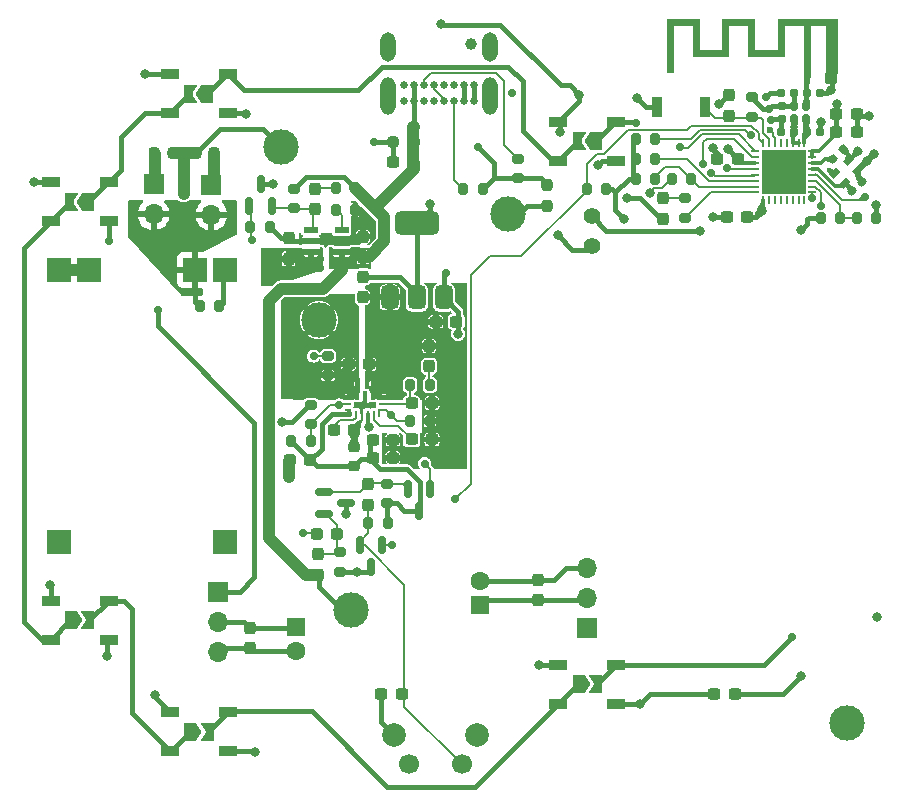
<source format=gbr>
%TF.GenerationSoftware,KiCad,Pcbnew,8.0.7*%
%TF.CreationDate,2025-02-05T21:47:27-05:00*%
%TF.ProjectId,SHERPENT20250113,53484552-5045-44e5-9432-303235303131,rev?*%
%TF.SameCoordinates,Original*%
%TF.FileFunction,Copper,L1,Top*%
%TF.FilePolarity,Positive*%
%FSLAX46Y46*%
G04 Gerber Fmt 4.6, Leading zero omitted, Abs format (unit mm)*
G04 Created by KiCad (PCBNEW 8.0.7) date 2025-02-05 21:47:27*
%MOMM*%
%LPD*%
G01*
G04 APERTURE LIST*
G04 Aperture macros list*
%AMRoundRect*
0 Rectangle with rounded corners*
0 $1 Rounding radius*
0 $2 $3 $4 $5 $6 $7 $8 $9 X,Y pos of 4 corners*
0 Add a 4 corners polygon primitive as box body*
4,1,4,$2,$3,$4,$5,$6,$7,$8,$9,$2,$3,0*
0 Add four circle primitives for the rounded corners*
1,1,$1+$1,$2,$3*
1,1,$1+$1,$4,$5*
1,1,$1+$1,$6,$7*
1,1,$1+$1,$8,$9*
0 Add four rect primitives between the rounded corners*
20,1,$1+$1,$2,$3,$4,$5,0*
20,1,$1+$1,$4,$5,$6,$7,0*
20,1,$1+$1,$6,$7,$8,$9,0*
20,1,$1+$1,$8,$9,$2,$3,0*%
%AMRotRect*
0 Rectangle, with rotation*
0 The origin of the aperture is its center*
0 $1 length*
0 $2 width*
0 $3 Rotation angle, in degrees counterclockwise*
0 Add horizontal line*
21,1,$1,$2,0,0,$3*%
%AMFreePoly0*
4,1,6,1.000000,0.000000,0.500000,-0.750000,-0.500000,-0.750000,-0.500000,0.750000,0.500000,0.750000,1.000000,0.000000,1.000000,0.000000,$1*%
%AMFreePoly1*
4,1,6,0.500000,-0.750000,-0.650000,-0.750000,-0.150000,0.000000,-0.650000,0.750000,0.500000,0.750000,0.500000,-0.750000,0.500000,-0.750000,$1*%
%AMFreePoly2*
4,1,5,0.200000,-0.625000,-0.200000,-0.625000,-0.200000,0.625000,0.200000,0.625000,0.200000,-0.625000,0.200000,-0.625000,$1*%
%AMFreePoly3*
4,1,5,0.200000,-0.725000,-0.200000,-0.725000,-0.200000,0.725000,0.200000,0.725000,0.200000,-0.725000,0.200000,-0.725000,$1*%
G04 Aperture macros list end*
%TA.AperFunction,EtchedComponent*%
%ADD10C,0.010000*%
%TD*%
%TA.AperFunction,SMDPad,CuDef*%
%ADD11RoundRect,0.160000X-0.026517X-0.252791X0.252791X0.026517X0.026517X0.252791X-0.252791X-0.026517X0*%
%TD*%
%TA.AperFunction,SMDPad,CuDef*%
%ADD12RoundRect,0.090000X-0.660000X-0.360000X0.660000X-0.360000X0.660000X0.360000X-0.660000X0.360000X0*%
%TD*%
%TA.AperFunction,SMDPad,CuDef*%
%ADD13RoundRect,0.237500X-0.300000X-0.237500X0.300000X-0.237500X0.300000X0.237500X-0.300000X0.237500X0*%
%TD*%
%TA.AperFunction,SMDPad,CuDef*%
%ADD14FreePoly0,180.000000*%
%TD*%
%TA.AperFunction,SMDPad,CuDef*%
%ADD15FreePoly1,180.000000*%
%TD*%
%TA.AperFunction,SMDPad,CuDef*%
%ADD16RoundRect,0.237500X0.237500X-0.287500X0.237500X0.287500X-0.237500X0.287500X-0.237500X-0.287500X0*%
%TD*%
%TA.AperFunction,SMDPad,CuDef*%
%ADD17RoundRect,0.200000X0.275000X-0.200000X0.275000X0.200000X-0.275000X0.200000X-0.275000X-0.200000X0*%
%TD*%
%TA.AperFunction,SMDPad,CuDef*%
%ADD18RoundRect,0.150000X-0.150000X0.587500X-0.150000X-0.587500X0.150000X-0.587500X0.150000X0.587500X0*%
%TD*%
%TA.AperFunction,SMDPad,CuDef*%
%ADD19RoundRect,0.155000X0.212500X0.155000X-0.212500X0.155000X-0.212500X-0.155000X0.212500X-0.155000X0*%
%TD*%
%TA.AperFunction,SMDPad,CuDef*%
%ADD20RoundRect,0.237500X0.237500X-0.300000X0.237500X0.300000X-0.237500X0.300000X-0.237500X-0.300000X0*%
%TD*%
%TA.AperFunction,SMDPad,CuDef*%
%ADD21FreePoly0,0.000000*%
%TD*%
%TA.AperFunction,SMDPad,CuDef*%
%ADD22FreePoly1,0.000000*%
%TD*%
%TA.AperFunction,SMDPad,CuDef*%
%ADD23RoundRect,0.237500X0.300000X0.237500X-0.300000X0.237500X-0.300000X-0.237500X0.300000X-0.237500X0*%
%TD*%
%TA.AperFunction,SMDPad,CuDef*%
%ADD24RoundRect,0.200000X0.200000X0.275000X-0.200000X0.275000X-0.200000X-0.275000X0.200000X-0.275000X0*%
%TD*%
%TA.AperFunction,SMDPad,CuDef*%
%ADD25RoundRect,0.200000X-0.200000X-0.275000X0.200000X-0.275000X0.200000X0.275000X-0.200000X0.275000X0*%
%TD*%
%TA.AperFunction,SMDPad,CuDef*%
%ADD26RoundRect,0.155000X-0.212500X-0.155000X0.212500X-0.155000X0.212500X0.155000X-0.212500X0.155000X0*%
%TD*%
%TA.AperFunction,SMDPad,CuDef*%
%ADD27RoundRect,0.155000X-0.155000X0.212500X-0.155000X-0.212500X0.155000X-0.212500X0.155000X0.212500X0*%
%TD*%
%TA.AperFunction,ComponentPad*%
%ADD28C,3.000000*%
%TD*%
%TA.AperFunction,SMDPad,CuDef*%
%ADD29RoundRect,0.200000X-0.275000X0.200000X-0.275000X-0.200000X0.275000X-0.200000X0.275000X0.200000X0*%
%TD*%
%TA.AperFunction,SMDPad,CuDef*%
%ADD30RoundRect,0.090000X0.660000X0.360000X-0.660000X0.360000X-0.660000X-0.360000X0.660000X-0.360000X0*%
%TD*%
%TA.AperFunction,SMDPad,CuDef*%
%ADD31RoundRect,0.160000X-0.160000X0.222500X-0.160000X-0.222500X0.160000X-0.222500X0.160000X0.222500X0*%
%TD*%
%TA.AperFunction,SMDPad,CuDef*%
%ADD32RoundRect,0.218750X0.218750X0.256250X-0.218750X0.256250X-0.218750X-0.256250X0.218750X-0.256250X0*%
%TD*%
%TA.AperFunction,SMDPad,CuDef*%
%ADD33RoundRect,0.010000X-0.445000X-0.445000X0.445000X-0.445000X0.445000X0.445000X-0.445000X0.445000X0*%
%TD*%
%TA.AperFunction,SMDPad,CuDef*%
%ADD34RoundRect,0.010190X-0.244810X-0.244810X0.244810X-0.244810X0.244810X0.244810X-0.244810X0.244810X0*%
%TD*%
%TA.AperFunction,ComponentPad*%
%ADD35R,1.600000X1.600000*%
%TD*%
%TA.AperFunction,ComponentPad*%
%ADD36C,1.600000*%
%TD*%
%TA.AperFunction,SMDPad,CuDef*%
%ADD37RoundRect,0.155000X0.040659X0.259862X-0.259862X-0.040659X-0.040659X-0.259862X0.259862X0.040659X0*%
%TD*%
%TA.AperFunction,SMDPad,CuDef*%
%ADD38RoundRect,0.237500X-0.237500X0.300000X-0.237500X-0.300000X0.237500X-0.300000X0.237500X0.300000X0*%
%TD*%
%TA.AperFunction,SMDPad,CuDef*%
%ADD39RoundRect,0.150000X-0.587500X-0.150000X0.587500X-0.150000X0.587500X0.150000X-0.587500X0.150000X0*%
%TD*%
%TA.AperFunction,SMDPad,CuDef*%
%ADD40RoundRect,0.237500X0.250000X0.237500X-0.250000X0.237500X-0.250000X-0.237500X0.250000X-0.237500X0*%
%TD*%
%TA.AperFunction,ComponentPad*%
%ADD41R,1.700000X1.700000*%
%TD*%
%TA.AperFunction,ComponentPad*%
%ADD42O,1.700000X1.700000*%
%TD*%
%TA.AperFunction,SMDPad,CuDef*%
%ADD43RoundRect,0.218750X-0.218750X-0.256250X0.218750X-0.256250X0.218750X0.256250X-0.218750X0.256250X0*%
%TD*%
%TA.AperFunction,SMDPad,CuDef*%
%ADD44RoundRect,0.237500X0.287500X0.237500X-0.287500X0.237500X-0.287500X-0.237500X0.287500X-0.237500X0*%
%TD*%
%TA.AperFunction,SMDPad,CuDef*%
%ADD45R,0.575000X0.250000*%
%TD*%
%TA.AperFunction,SMDPad,CuDef*%
%ADD46R,0.225000X0.700000*%
%TD*%
%TA.AperFunction,SMDPad,CuDef*%
%ADD47R,0.549999X0.249999*%
%TD*%
%TA.AperFunction,SMDPad,CuDef*%
%ADD48FreePoly2,90.000000*%
%TD*%
%TA.AperFunction,SMDPad,CuDef*%
%ADD49FreePoly3,180.000000*%
%TD*%
%TA.AperFunction,SMDPad,CuDef*%
%ADD50R,0.399999X1.000000*%
%TD*%
%TA.AperFunction,SMDPad,CuDef*%
%ADD51FreePoly2,270.000000*%
%TD*%
%TA.AperFunction,SMDPad,CuDef*%
%ADD52R,0.249999X0.549999*%
%TD*%
%TA.AperFunction,SMDPad,CuDef*%
%ADD53RoundRect,0.375000X0.375000X-0.625000X0.375000X0.625000X-0.375000X0.625000X-0.375000X-0.625000X0*%
%TD*%
%TA.AperFunction,SMDPad,CuDef*%
%ADD54RoundRect,0.500000X1.400000X-0.500000X1.400000X0.500000X-1.400000X0.500000X-1.400000X-0.500000X0*%
%TD*%
%TA.AperFunction,SMDPad,CuDef*%
%ADD55R,0.889000X1.803400*%
%TD*%
%TA.AperFunction,SMDPad,CuDef*%
%ADD56RoundRect,0.237500X-0.237500X0.287500X-0.237500X-0.287500X0.237500X-0.287500X0.237500X0.287500X0*%
%TD*%
%TA.AperFunction,ComponentPad*%
%ADD57C,0.648000*%
%TD*%
%TA.AperFunction,ComponentPad*%
%ADD58O,1.300000X2.500000*%
%TD*%
%TA.AperFunction,ComponentPad*%
%ADD59O,1.300000X3.200000*%
%TD*%
%TA.AperFunction,SMDPad,CuDef*%
%ADD60RoundRect,0.237500X0.237500X-0.250000X0.237500X0.250000X-0.237500X0.250000X-0.237500X-0.250000X0*%
%TD*%
%TA.AperFunction,ComponentPad*%
%ADD61C,1.400000*%
%TD*%
%TA.AperFunction,SMDPad,CuDef*%
%ADD62RotRect,0.838200X0.533400X225.000000*%
%TD*%
%TA.AperFunction,SMDPad,CuDef*%
%ADD63RoundRect,0.150000X0.150000X-0.587500X0.150000X0.587500X-0.150000X0.587500X-0.150000X-0.587500X0*%
%TD*%
%TA.AperFunction,SMDPad,CuDef*%
%ADD64RoundRect,0.218750X0.256250X-0.218750X0.256250X0.218750X-0.256250X0.218750X-0.256250X-0.218750X0*%
%TD*%
%TA.AperFunction,SMDPad,CuDef*%
%ADD65R,0.254000X0.660400*%
%TD*%
%TA.AperFunction,SMDPad,CuDef*%
%ADD66R,0.660400X0.254000*%
%TD*%
%TA.AperFunction,SMDPad,CuDef*%
%ADD67R,3.759200X3.759200*%
%TD*%
%TA.AperFunction,SMDPad,CuDef*%
%ADD68R,1.270000X0.558800*%
%TD*%
%TA.AperFunction,SMDPad,CuDef*%
%ADD69RoundRect,0.155000X-0.259862X0.040659X0.040659X-0.259862X0.259862X-0.040659X-0.040659X0.259862X0*%
%TD*%
%TA.AperFunction,ComponentPad*%
%ADD70R,2.000000X2.000000*%
%TD*%
%TA.AperFunction,ComponentPad*%
%ADD71C,1.700000*%
%TD*%
%TA.AperFunction,ComponentPad*%
%ADD72C,2.000000*%
%TD*%
%TA.AperFunction,ViaPad*%
%ADD73C,1.000000*%
%TD*%
%TA.AperFunction,ViaPad*%
%ADD74C,0.800000*%
%TD*%
%TA.AperFunction,ViaPad*%
%ADD75C,0.700000*%
%TD*%
%TA.AperFunction,ViaPad*%
%ADD76C,0.450000*%
%TD*%
%TA.AperFunction,ViaPad*%
%ADD77C,0.500000*%
%TD*%
%TA.AperFunction,ViaPad*%
%ADD78C,0.600000*%
%TD*%
%TA.AperFunction,Conductor*%
%ADD79C,0.450000*%
%TD*%
%TA.AperFunction,Conductor*%
%ADD80C,0.160000*%
%TD*%
%TA.AperFunction,Conductor*%
%ADD81C,0.300000*%
%TD*%
%TA.AperFunction,Conductor*%
%ADD82C,1.000000*%
%TD*%
%TA.AperFunction,Conductor*%
%ADD83C,0.200000*%
%TD*%
G04 APERTURE END LIST*
%TO.C,U6*%
D10*
X187603150Y-70188800D02*
X188103150Y-70188800D01*
X188103150Y-74128800D01*
X187603150Y-74128800D01*
X187603150Y-70188800D01*
%TA.AperFunction,EtchedComponent*%
G36*
X187603150Y-70188800D02*
G01*
X188103150Y-70188800D01*
X188103150Y-74128800D01*
X187603150Y-74128800D01*
X187603150Y-70188800D01*
G37*
%TD.AperFunction*%
X189803150Y-70188800D02*
X190303150Y-70188800D01*
X190303150Y-72828800D01*
X189803150Y-72828800D01*
X189803150Y-70188800D01*
%TA.AperFunction,EtchedComponent*%
G36*
X189803150Y-70188800D02*
G01*
X190303150Y-70188800D01*
X190303150Y-72828800D01*
X189803150Y-72828800D01*
X189803150Y-70188800D01*
G37*
%TD.AperFunction*%
X190303150Y-70188800D02*
X187603150Y-70188800D01*
X187603150Y-69688800D01*
X190303150Y-69688800D01*
X190303150Y-70188800D01*
%TA.AperFunction,EtchedComponent*%
G36*
X190303150Y-70188800D02*
G01*
X187603150Y-70188800D01*
X187603150Y-69688800D01*
X190303150Y-69688800D01*
X190303150Y-70188800D01*
G37*
%TD.AperFunction*%
X192303150Y-70188800D02*
X192803150Y-70188800D01*
X192803150Y-72828800D01*
X192303150Y-72828800D01*
X192303150Y-70188800D01*
%TA.AperFunction,EtchedComponent*%
G36*
X192303150Y-70188800D02*
G01*
X192803150Y-70188800D01*
X192803150Y-72828800D01*
X192303150Y-72828800D01*
X192303150Y-70188800D01*
G37*
%TD.AperFunction*%
X192303150Y-72828800D02*
X190303150Y-72828800D01*
X190303150Y-72328800D01*
X192303150Y-72328800D01*
X192303150Y-72828800D01*
%TA.AperFunction,EtchedComponent*%
G36*
X192303150Y-72828800D02*
G01*
X190303150Y-72828800D01*
X190303150Y-72328800D01*
X192303150Y-72328800D01*
X192303150Y-72828800D01*
G37*
%TD.AperFunction*%
X194503150Y-70188800D02*
X195003150Y-70188800D01*
X195003150Y-72828800D01*
X194503150Y-72828800D01*
X194503150Y-70188800D01*
%TA.AperFunction,EtchedComponent*%
G36*
X194503150Y-70188800D02*
G01*
X195003150Y-70188800D01*
X195003150Y-72828800D01*
X194503150Y-72828800D01*
X194503150Y-70188800D01*
G37*
%TD.AperFunction*%
X195003150Y-70188800D02*
X192303150Y-70188800D01*
X192303150Y-69688800D01*
X195003150Y-69688800D01*
X195003150Y-70188800D01*
%TA.AperFunction,EtchedComponent*%
G36*
X195003150Y-70188800D02*
G01*
X192303150Y-70188800D01*
X192303150Y-69688800D01*
X195003150Y-69688800D01*
X195003150Y-70188800D01*
G37*
%TD.AperFunction*%
X197003150Y-70188800D02*
X197503150Y-70188800D01*
X197503150Y-72828800D01*
X197003150Y-72828800D01*
X197003150Y-70188800D01*
%TA.AperFunction,EtchedComponent*%
G36*
X197003150Y-70188800D02*
G01*
X197503150Y-70188800D01*
X197503150Y-72828800D01*
X197003150Y-72828800D01*
X197003150Y-70188800D01*
G37*
%TD.AperFunction*%
X197003150Y-72828800D02*
X195003150Y-72828800D01*
X195003150Y-72328800D01*
X197003150Y-72328800D01*
X197003150Y-72828800D01*
%TA.AperFunction,EtchedComponent*%
G36*
X197003150Y-72828800D02*
G01*
X195003150Y-72828800D01*
X195003150Y-72328800D01*
X197003150Y-72328800D01*
X197003150Y-72828800D01*
G37*
%TD.AperFunction*%
X199703150Y-70188800D02*
X199203150Y-70188800D01*
X199203150Y-74608800D01*
X199703150Y-74608800D01*
X199703150Y-70188800D01*
%TA.AperFunction,EtchedComponent*%
G36*
X199703150Y-70188800D02*
G01*
X199203150Y-70188800D01*
X199203150Y-74608800D01*
X199703150Y-74608800D01*
X199703150Y-70188800D01*
G37*
%TD.AperFunction*%
X202003150Y-70188800D02*
X197003150Y-70188800D01*
X197003150Y-69688800D01*
X202003150Y-69688800D01*
X202003150Y-70188800D01*
%TA.AperFunction,EtchedComponent*%
G36*
X202003150Y-70188800D02*
G01*
X197003150Y-70188800D01*
X197003150Y-69688800D01*
X202003150Y-69688800D01*
X202003150Y-70188800D01*
G37*
%TD.AperFunction*%
X202003150Y-74218800D02*
X201103150Y-74218800D01*
X201103150Y-70188800D01*
X202003150Y-70188800D01*
X202003150Y-74218800D01*
%TA.AperFunction,EtchedComponent*%
G36*
X202003150Y-74218800D02*
G01*
X201103150Y-74218800D01*
X201103150Y-70188800D01*
X202003150Y-70188800D01*
X202003150Y-74218800D01*
G37*
%TD.AperFunction*%
%TD*%
D11*
%TO.P,R24,1*%
%TO.N,Net-(U7-XTAL_P)*%
X201697904Y-81563696D03*
%TO.P,R24,2*%
%TO.N,Net-(C27-Pad1)*%
X202542896Y-80718704D03*
%TD*%
D12*
%TO.P,D9,1,VDD*%
%TO.N,+9V*%
X145517600Y-74347200D03*
%TO.P,D9,2,DOUT*%
%TO.N,Net-(D10-DIN)*%
X145517600Y-77647200D03*
%TO.P,D9,3,VSS*%
%TO.N,GND*%
X150417600Y-77647200D03*
%TO.P,D9,4,DIN*%
%TO.N,Net-(D8-DOUT)*%
X150417600Y-74347200D03*
%TD*%
D13*
%TO.P,C12,1*%
%TO.N,Net-(U2-COMP)*%
X166007988Y-102196888D03*
%TO.P,C12,2*%
%TO.N,GND*%
X167732988Y-102196888D03*
%TD*%
D14*
%TO.P,JP2,1,A*%
%TO.N,Net-(D7-DOUT)*%
X181585600Y-80010400D03*
D15*
%TO.P,JP2,2,B*%
%TO.N,Net-(D8-DOUT)*%
X180135600Y-80010400D03*
%TD*%
D16*
%TO.P,D2,1,K*%
%TO.N,Net-(D2-K)*%
X162344000Y-110781200D03*
%TO.P,D2,2,A*%
%TO.N,Net-(D2-A)*%
X162344000Y-109031200D03*
%TD*%
D12*
%TO.P,D8,1,VDD*%
%TO.N,+9V*%
X178410600Y-78360400D03*
%TO.P,D8,2,DOUT*%
%TO.N,Net-(D8-DOUT)*%
X178410600Y-81660400D03*
%TO.P,D8,3,VSS*%
%TO.N,GND*%
X183310600Y-81660400D03*
%TO.P,D8,4,DIN*%
%TO.N,Net-(D7-DOUT)*%
X183310600Y-78360400D03*
%TD*%
D17*
%TO.P,R9,1*%
%TO.N,Net-(Q4-D)*%
X157492600Y-103987088D03*
%TO.P,R9,2*%
%TO.N,GND*%
X157492600Y-102337088D03*
%TD*%
D18*
%TO.P,Q4,1,D*%
%TO.N,Net-(Q4-D)*%
X167596600Y-109426100D03*
%TO.P,Q4,2,G*%
%TO.N,Net-(D2-A)*%
X165696600Y-109426100D03*
%TO.P,Q4,3,S*%
%TO.N,Net-(D29-K)*%
X166646600Y-111301100D03*
%TD*%
D16*
%TO.P,D3,1,K*%
%TO.N,Net-(D3-K)*%
X157835545Y-85781945D03*
%TO.P,D3,2,A*%
%TO.N,Net-(D3-A)*%
X157835545Y-84031945D03*
%TD*%
D19*
%TO.P,C25,1*%
%TO.N,Net-(C25-Pad1)*%
X198376300Y-79196900D03*
%TO.P,C25,2*%
%TO.N,GND*%
X197241300Y-79196900D03*
%TD*%
D13*
%TO.P,C3,1*%
%TO.N,Net-(D29-K)*%
X162699600Y-106807400D03*
%TO.P,C3,2*%
%TO.N,GND*%
X164424600Y-106807400D03*
%TD*%
D20*
%TO.P,C4,1*%
%TO.N,/VUSB*%
X161899545Y-89813700D03*
%TO.P,C4,2*%
%TO.N,GND*%
X161899545Y-88088700D03*
%TD*%
D21*
%TO.P,JP17,1,A*%
%TO.N,Net-(D16-DOUT)*%
X147275000Y-129998600D03*
D22*
%TO.P,JP17,2,B*%
%TO.N,Net-(D17-DOUT)*%
X148725000Y-129998600D03*
%TD*%
D23*
%TO.P,C5,1*%
%TO.N,Net-(C5-Pad1)*%
X161123700Y-104445200D03*
%TO.P,C5,2*%
%TO.N,Net-(U2-BST)*%
X159398700Y-104445200D03*
%TD*%
D13*
%TO.P,C29,1*%
%TO.N,+9V*%
X191637500Y-126800000D03*
%TO.P,C29,2*%
%TO.N,GND*%
X193362500Y-126800000D03*
%TD*%
D24*
%TO.P,R2,1*%
%TO.N,GND*%
X153974200Y-87274800D03*
%TO.P,R2,2*%
%TO.N,/CHARGE*%
X152324200Y-87274800D03*
%TD*%
D25*
%TO.P,R18,1*%
%TO.N,/B-*%
X148050000Y-94000000D03*
%TO.P,R18,2*%
%TO.N,GND*%
X149700000Y-94000000D03*
%TD*%
D26*
%TO.P,C16,1*%
%TO.N,Net-(U6-FP)*%
X199485200Y-75945700D03*
%TO.P,C16,2*%
%TO.N,GND*%
X200620200Y-75945700D03*
%TD*%
D27*
%TO.P,C23,1*%
%TO.N,+3.3V*%
X197402400Y-76995100D03*
%TO.P,C23,2*%
%TO.N,GND*%
X197402400Y-78130100D03*
%TD*%
D28*
%TO.P,TP1,1,1*%
%TO.N,/VBATT*%
X154927200Y-80467600D03*
%TD*%
D29*
%TO.P,R10,1*%
%TO.N,Net-(J1-CC2)*%
X175000000Y-81500000D03*
%TO.P,R10,2*%
%TO.N,GND*%
X175000000Y-83150000D03*
%TD*%
D21*
%TO.P,JP18,1,A*%
%TO.N,/NEO_Row2*%
X137191400Y-120578000D03*
D22*
%TO.P,JP18,2,B*%
%TO.N,Net-(D16-DOUT)*%
X138641400Y-120578000D03*
%TD*%
D30*
%TO.P,D17,1,VDD*%
%TO.N,+9V*%
X150450000Y-131648600D03*
%TO.P,D17,2,DOUT*%
%TO.N,Net-(D17-DOUT)*%
X150450000Y-128348600D03*
%TO.P,D17,3,VSS*%
%TO.N,GND*%
X145550000Y-128348600D03*
%TO.P,D17,4,DIN*%
%TO.N,Net-(D16-DOUT)*%
X145550000Y-131648600D03*
%TD*%
D12*
%TO.P,D10,1,VDD*%
%TO.N,+9V*%
X135466400Y-83512800D03*
%TO.P,D10,2,DOUT*%
%TO.N,/NEO_Row2*%
X135466400Y-86812800D03*
%TO.P,D10,3,VSS*%
%TO.N,GND*%
X140366400Y-86812800D03*
%TO.P,D10,4,DIN*%
%TO.N,Net-(D10-DIN)*%
X140366400Y-83512800D03*
%TD*%
D24*
%TO.P,R1,1*%
%TO.N,+3.3V*%
X182475000Y-84100000D03*
%TO.P,R1,2*%
%TO.N,/Button*%
X180825000Y-84100000D03*
%TD*%
D25*
%TO.P,R26,1*%
%TO.N,Net-(D29-K)*%
X155829400Y-105435800D03*
%TO.P,R26,2*%
%TO.N,Net-(Q4-D)*%
X157479400Y-105435800D03*
%TD*%
D16*
%TO.P,D6,1,K*%
%TO.N,GND*%
X187261400Y-86599600D03*
%TO.P,D6,2,A*%
%TO.N,Net-(D6-A)*%
X187261400Y-84849600D03*
%TD*%
D31*
%TO.P,L2,1,1*%
%TO.N,Net-(U6-FP)*%
X199434400Y-76998800D03*
%TO.P,L2,2,2*%
%TO.N,Net-(U7-LNA_IN)*%
X199434400Y-78143800D03*
%TD*%
D25*
%TO.P,R13,1*%
%TO.N,Net-(U2-FB)*%
X165890888Y-103720888D03*
%TO.P,R13,2*%
%TO.N,GND*%
X167540888Y-103720888D03*
%TD*%
%TO.P,R11,1*%
%TO.N,Net-(U2-COMP)*%
X165891988Y-100647488D03*
%TO.P,R11,2*%
%TO.N,Net-(C11-Pad1)*%
X167541988Y-100647488D03*
%TD*%
D14*
%TO.P,JP4,1,A*%
%TO.N,Net-(D10-DIN)*%
X138641400Y-85162800D03*
D15*
%TO.P,JP4,2,B*%
%TO.N,/NEO_Row2*%
X137191400Y-85162800D03*
%TD*%
D23*
%TO.P,C14,1*%
%TO.N,/VUSB*%
X166162500Y-81800000D03*
%TO.P,C14,2*%
%TO.N,GND*%
X164437500Y-81800000D03*
%TD*%
D28*
%TO.P,TP7,1,1*%
%TO.N,+9V*%
X158153000Y-95148800D03*
%TD*%
D20*
%TO.P,C11,1*%
%TO.N,Net-(C11-Pad1)*%
X167478988Y-99070488D03*
%TO.P,C11,2*%
%TO.N,GND*%
X167478988Y-97345488D03*
%TD*%
D17*
%TO.P,R14,1*%
%TO.N,Net-(D3-K)*%
X156070200Y-85673600D03*
%TO.P,R14,2*%
%TO.N,/VUSB*%
X156070200Y-84023600D03*
%TD*%
D32*
%TO.P,F3,1*%
%TO.N,Net-(BT1-+)*%
X149287500Y-81000000D03*
%TO.P,F3,2*%
%TO.N,/VBATT*%
X147712500Y-81000000D03*
%TD*%
D19*
%TO.P,C20,1*%
%TO.N,+3.3V*%
X198401700Y-75945700D03*
%TO.P,C20,2*%
%TO.N,GND*%
X197266700Y-75945700D03*
%TD*%
D31*
%TO.P,L3,1,1*%
%TO.N,+3.3V*%
X198418400Y-76998800D03*
%TO.P,L3,2,2*%
%TO.N,Net-(C25-Pad1)*%
X198418400Y-78143800D03*
%TD*%
D24*
%TO.P,R20,1*%
%TO.N,Net-(U7-GPIO9)*%
X186625000Y-83198600D03*
%TO.P,R20,2*%
%TO.N,+3.3V*%
X184975000Y-83198600D03*
%TD*%
D20*
%TO.P,C30,1*%
%TO.N,GND*%
X161898200Y-93216900D03*
%TO.P,C30,2*%
%TO.N,+3.3V*%
X161898200Y-91491900D03*
%TD*%
D33*
%TO.P,U6,1,GND*%
%TO.N,GND*%
X201553150Y-74638800D03*
D34*
%TO.P,U6,2,FP*%
%TO.N,Net-(U6-FP)*%
X199453400Y-74838550D03*
%TD*%
D35*
%TO.P,C8,1*%
%TO.N,+9V*%
X171800000Y-119255113D03*
D36*
%TO.P,C8,2*%
%TO.N,GND*%
X171800000Y-117255113D03*
%TD*%
D24*
%TO.P,R17,1*%
%TO.N,Net-(U7-GPIO2)*%
X186625000Y-79845800D03*
%TO.P,R17,2*%
%TO.N,+3.3V*%
X184975000Y-79845800D03*
%TD*%
D28*
%TO.P,NEO-END1,1,1*%
%TO.N,Net-(D19-DOUT)*%
X202857000Y-129235600D03*
%TD*%
D30*
%TO.P,D16,1,VDD*%
%TO.N,+9V*%
X140366400Y-122228000D03*
%TO.P,D16,2,DOUT*%
%TO.N,Net-(D16-DOUT)*%
X140366400Y-118928000D03*
%TO.P,D16,3,VSS*%
%TO.N,GND*%
X135466400Y-118928000D03*
%TO.P,D16,4,DIN*%
%TO.N,/NEO_Row2*%
X135466400Y-122228000D03*
%TD*%
D28*
%TO.P,TP4,1,1*%
%TO.N,+3.3V*%
X174200000Y-86200000D03*
%TD*%
D37*
%TO.P,C28,1*%
%TO.N,GND*%
X204121655Y-83443817D03*
%TO.P,C28,2*%
%TO.N,Net-(U7-XTAL_N)*%
X203319089Y-84246383D03*
%TD*%
D17*
%TO.P,R22,1*%
%TO.N,Net-(U7-CHIP_EN)*%
X194800000Y-77925000D03*
%TO.P,R22,2*%
%TO.N,+3.3V*%
X194800000Y-76275000D03*
%TD*%
D38*
%TO.P,C10,1*%
%TO.N,+9V*%
X152300000Y-121237500D03*
%TO.P,C10,2*%
%TO.N,GND*%
X152300000Y-122962500D03*
%TD*%
D39*
%TO.P,Q3,1,D*%
%TO.N,Net-(D2-A)*%
X158609100Y-109713600D03*
%TO.P,Q3,2,G*%
%TO.N,Net-(D1-K)*%
X158609100Y-111613600D03*
%TO.P,Q3,3,S*%
%TO.N,GND*%
X160484100Y-110663600D03*
%TD*%
D14*
%TO.P,JP3,1,A*%
%TO.N,Net-(D8-DOUT)*%
X148692600Y-75997200D03*
D15*
%TO.P,JP3,2,B*%
%TO.N,Net-(D10-DIN)*%
X147242600Y-75997200D03*
%TD*%
D23*
%TO.P,C15,1*%
%TO.N,+9V*%
X169785100Y-95301200D03*
%TO.P,C15,2*%
%TO.N,GND*%
X168060100Y-95301200D03*
%TD*%
D20*
%TO.P,C1,1*%
%TO.N,/VBATT*%
X155587600Y-89966100D03*
%TO.P,C1,2*%
%TO.N,GND*%
X155587600Y-88241100D03*
%TD*%
D13*
%TO.P,C21,1*%
%TO.N,GND*%
X163437500Y-126800000D03*
%TO.P,C21,2*%
%TO.N,Net-(D2-K)*%
X165162500Y-126800000D03*
%TD*%
D29*
%TO.P,R5,1*%
%TO.N,Net-(D1-K)*%
X159946600Y-114838600D03*
%TO.P,R5,2*%
%TO.N,GND*%
X159946600Y-116488600D03*
%TD*%
D40*
%TO.P,D28,1,K*%
%TO.N,/VUSB*%
X166212500Y-80100000D03*
%TO.P,D28,2,A*%
%TO.N,GND*%
X164387500Y-80100000D03*
%TD*%
D41*
%TO.P,J2,1,Pin_1*%
%TO.N,/Moteur1_PWM*%
X149600000Y-118175000D03*
D42*
%TO.P,J2,2,Pin_2*%
%TO.N,+9V*%
X149600000Y-120715000D03*
%TO.P,J2,3,Pin_3*%
%TO.N,GND*%
X149600000Y-123255000D03*
%TD*%
D25*
%TO.P,R7,1*%
%TO.N,Net-(D3-A)*%
X159601345Y-84017945D03*
%TO.P,R7,2*%
%TO.N,/VUSB*%
X161251345Y-84017945D03*
%TD*%
D43*
%TO.P,F2,1*%
%TO.N,Net-(BT2-+)*%
X144212500Y-81000000D03*
%TO.P,F2,2*%
%TO.N,/VBATT*%
X145787500Y-81000000D03*
%TD*%
D20*
%TO.P,C26,1*%
%TO.N,Net-(U7-CHIP_EN)*%
X192910350Y-77862500D03*
%TO.P,C26,2*%
%TO.N,GND*%
X192910350Y-76137500D03*
%TD*%
D41*
%TO.P,BT1,1,+*%
%TO.N,Net-(BT1-+)*%
X149053945Y-83687345D03*
D42*
%TO.P,BT1,2,-*%
%TO.N,/B-*%
X149053945Y-86227345D03*
%TD*%
D25*
%TO.P,R16,1*%
%TO.N,+3.3V*%
X184974000Y-81534900D03*
%TO.P,R16,2*%
%TO.N,Net-(U7-GPIO8)*%
X186624000Y-81534900D03*
%TD*%
D44*
%TO.P,D29,1,K*%
%TO.N,Net-(D29-K)*%
X157427800Y-107036000D03*
%TO.P,D29,2,A*%
%TO.N,/VBATT*%
X155677800Y-107036000D03*
%TD*%
D17*
%TO.P,R6,1*%
%TO.N,Net-(D29-K)*%
X163946600Y-110688600D03*
%TO.P,R6,2*%
%TO.N,Net-(D2-A)*%
X163946600Y-109038600D03*
%TD*%
D45*
%TO.P,U2,1,FB*%
%TO.N,Net-(U2-FB)*%
X163456213Y-102791213D03*
D46*
X163281213Y-103016213D03*
D47*
%TO.P,U2,2,COMP*%
%TO.N,Net-(U2-COMP)*%
X163468714Y-102291214D03*
D48*
%TO.P,U2,3,PGND*%
%TO.N,GND*%
X163118713Y-101716213D03*
D49*
X162693713Y-101191213D03*
D50*
%TO.P,U2,4,SW*%
%TO.N,Net-(C5-Pad1)*%
X162043713Y-101666213D03*
D49*
%TO.P,U2,5,VOUT*%
%TO.N,+9V*%
X161393713Y-101191213D03*
D51*
X160963713Y-101716213D03*
D47*
%TO.P,U2,6,EN*%
%TO.N,Net-(Q4-D)*%
X160618712Y-102291214D03*
D46*
%TO.P,U2,7,VIN*%
%TO.N,Net-(D29-K)*%
X160806213Y-103016213D03*
D45*
X160631213Y-102791213D03*
D52*
%TO.P,U2,8,BST*%
%TO.N,Net-(U2-BST)*%
X161293712Y-103091212D03*
%TO.P,U2,9,SW*%
%TO.N,Net-(C5-Pad1)*%
X161793713Y-103091212D03*
%TO.P,U2,10,AGND*%
%TO.N,GND*%
X162293713Y-103091212D03*
%TO.P,U2,11,VCC*%
%TO.N,Net-(U2-VCC)*%
X162793714Y-103091212D03*
%TD*%
D30*
%TO.P,D18,1,VDD*%
%TO.N,+9V*%
X183310600Y-127635400D03*
%TO.P,D18,2,DOUT*%
%TO.N,Net-(D18-DOUT)*%
X183310600Y-124335400D03*
%TO.P,D18,3,VSS*%
%TO.N,GND*%
X178410600Y-124335400D03*
%TO.P,D18,4,DIN*%
%TO.N,Net-(D17-DOUT)*%
X178410600Y-127635400D03*
%TD*%
D24*
%TO.P,R28,1*%
%TO.N,GND*%
X205333000Y-86551400D03*
%TO.P,R28,2*%
%TO.N,Net-(U7-U0RXD)*%
X203683000Y-86551400D03*
%TD*%
D20*
%TO.P,C9,1*%
%TO.N,+9V*%
X176700000Y-118862500D03*
%TO.P,C9,2*%
%TO.N,GND*%
X176700000Y-117137500D03*
%TD*%
D17*
%TO.P,R12,1*%
%TO.N,+9V*%
X158918088Y-99846888D03*
%TO.P,R12,2*%
%TO.N,Net-(U2-FB)*%
X158918088Y-98196888D03*
%TD*%
D18*
%TO.P,Q1,1,D*%
%TO.N,/Button*%
X163496600Y-114226100D03*
%TO.P,Q1,2,G*%
%TO.N,Net-(D2-K)*%
X161596600Y-114226100D03*
%TO.P,Q1,3,S*%
%TO.N,GND*%
X162546600Y-116101100D03*
%TD*%
D29*
%TO.P,R23,1*%
%TO.N,Net-(D6-A)*%
X189166400Y-84850600D03*
%TO.P,R23,2*%
%TO.N,Net-(U7-GPIO10)*%
X189166400Y-86500600D03*
%TD*%
D53*
%TO.P,U5,1,GND*%
%TO.N,GND*%
X164144800Y-93243800D03*
%TO.P,U5,2,VO*%
%TO.N,+3.3V*%
X166444800Y-93243800D03*
D54*
X166444800Y-86943800D03*
D53*
%TO.P,U5,3,VI*%
%TO.N,+9V*%
X168744800Y-93243800D03*
%TD*%
D13*
%TO.P,C13,1*%
%TO.N,+9V*%
X160667600Y-98908000D03*
%TO.P,C13,2*%
%TO.N,GND*%
X162392600Y-98908000D03*
%TD*%
%TO.P,C6,1*%
%TO.N,Net-(U2-VCC)*%
X166006888Y-105270288D03*
%TO.P,C6,2*%
%TO.N,GND*%
X167731888Y-105270288D03*
%TD*%
%TO.P,C19,1*%
%TO.N,+3.3V*%
X201975500Y-77726000D03*
%TO.P,C19,2*%
%TO.N,GND*%
X203700500Y-77726000D03*
%TD*%
D55*
%TO.P,SW2,1,1*%
%TO.N,GND*%
X186742902Y-77139500D03*
%TO.P,SW2,2,2*%
%TO.N,Net-(U7-CHIP_EN)*%
X190842898Y-77139500D03*
%TD*%
D56*
%TO.P,D25,1,K*%
%TO.N,Net-(D1-K)*%
X158046600Y-114988600D03*
%TO.P,D25,2,A*%
%TO.N,/VUSB*%
X158046600Y-116738600D03*
%TD*%
D13*
%TO.P,C2,1*%
%TO.N,Net-(D29-K)*%
X162700700Y-105283400D03*
%TO.P,C2,2*%
%TO.N,GND*%
X164425700Y-105283400D03*
%TD*%
D24*
%TO.P,R8,1*%
%TO.N,GND*%
X161251345Y-85821345D03*
%TO.P,R8,2*%
%TO.N,Net-(U1-PROG)*%
X159601345Y-85821345D03*
%TD*%
D25*
%TO.P,R21,1*%
%TO.N,GND*%
X188023400Y-83198600D03*
%TO.P,R21,2*%
%TO.N,Net-(U7-GPIO9)*%
X189673400Y-83198600D03*
%TD*%
D44*
%TO.P,D1,1,K*%
%TO.N,Net-(D1-K)*%
X159721600Y-113263600D03*
%TO.P,D1,2,A*%
%TO.N,/StayOn*%
X157971600Y-113263600D03*
%TD*%
D57*
%TO.P,J1,A1,GND1*%
%TO.N,GND*%
X171304800Y-76649200D03*
%TO.P,J1,A4,VBUS1*%
%TO.N,/VUSB*%
X170454800Y-76649200D03*
%TO.P,J1,A5,CC1*%
%TO.N,Net-(J1-CC1)*%
X169604800Y-76649200D03*
%TO.P,J1,A6,DA+*%
%TO.N,/USB_ESP32P*%
X168754800Y-76649200D03*
%TO.P,J1,A7,DA-*%
%TO.N,/USB_ESP32N*%
X167904800Y-76649200D03*
%TO.P,J1,A8,SBU1*%
%TO.N,unconnected-(J1-SBU1-PadA8)*%
X167054800Y-76649200D03*
%TO.P,J1,A9,VBUS2*%
%TO.N,/VUSB*%
X166204800Y-76649200D03*
%TO.P,J1,A12,GND2*%
%TO.N,GND*%
X165354800Y-76649200D03*
%TO.P,J1,B1,GND3*%
X165354800Y-75299200D03*
%TO.P,J1,B4,VBUS3*%
%TO.N,/VUSB*%
X166204800Y-75299200D03*
%TO.P,J1,B5,CC2*%
%TO.N,Net-(J1-CC2)*%
X167054800Y-75299200D03*
%TO.P,J1,B6,DB+*%
%TO.N,/USB_ESP32P*%
X167904800Y-75299200D03*
%TO.P,J1,B7,DB-*%
%TO.N,/USB_ESP32N*%
X168754800Y-75299200D03*
%TO.P,J1,B8,SBU2*%
%TO.N,unconnected-(J1-SBU2-PadB8)*%
X169604800Y-75299200D03*
%TO.P,J1,B9,VBUS4*%
%TO.N,/VUSB*%
X170454800Y-75299200D03*
%TO.P,J1,B12,GND4*%
%TO.N,GND*%
X171304800Y-75299200D03*
D58*
%TO.P,J1,SH1,SHIELD1*%
%TO.N,unconnected-(J1-SHIELD1-PadSH1)*%
X172649800Y-71999200D03*
%TO.P,J1,SH2,SHIELD2*%
%TO.N,unconnected-(J1-SHIELD2-PadSH2)*%
X164009800Y-71999200D03*
D59*
%TO.P,J1,SH3,SHIELD3*%
%TO.N,unconnected-(J1-SHIELD3-PadSH3)*%
X172649800Y-76149200D03*
%TO.P,J1,SH4,SHIELD4*%
%TO.N,unconnected-(J1-SHIELD4-PadSH4)*%
X164009800Y-76149200D03*
%TD*%
D35*
%TO.P,C7,1*%
%TO.N,+9V*%
X156200000Y-121144888D03*
D36*
%TO.P,C7,2*%
%TO.N,GND*%
X156200000Y-123144888D03*
%TD*%
D24*
%TO.P,R27,1*%
%TO.N,Net-(U7-U0RXD)*%
X202310400Y-86551400D03*
%TO.P,R27,2*%
%TO.N,/VBATT*%
X200660400Y-86551400D03*
%TD*%
D60*
%TO.P,D4,1,K*%
%TO.N,+3.3V*%
X177500000Y-85512500D03*
%TO.P,D4,2,A*%
%TO.N,GND*%
X177500000Y-83687500D03*
%TD*%
D41*
%TO.P,J3,1,Pin_1*%
%TO.N,/Moteur2_PWM*%
X180860600Y-121234600D03*
D42*
%TO.P,J3,2,Pin_2*%
%TO.N,+9V*%
X180860600Y-118694600D03*
%TO.P,J3,3,Pin_3*%
%TO.N,GND*%
X180860600Y-116154600D03*
%TD*%
D24*
%TO.P,R4,1*%
%TO.N,GND*%
X172025000Y-84100000D03*
%TO.P,R4,2*%
%TO.N,Net-(J1-CC1)*%
X170375000Y-84100000D03*
%TD*%
D61*
%TO.P,JP19,1,A*%
%TO.N,/VUSB*%
X181267000Y-88931200D03*
%TO.P,JP19,2,B*%
%TO.N,/VBATT*%
X181267000Y-86391200D03*
%TD*%
D62*
%TO.P,Y1,1,1*%
%TO.N,Net-(C27-Pad1)*%
X202997028Y-81631254D03*
%TO.P,Y1,2,2*%
%TO.N,GND*%
X201883477Y-82744805D03*
%TO.P,Y1,3,3*%
%TO.N,Net-(U7-XTAL_N)*%
X202678972Y-83540300D03*
%TO.P,Y1,4,4*%
%TO.N,GND*%
X203792523Y-82426749D03*
%TD*%
D63*
%TO.P,Q2,1,D*%
%TO.N,/CHARGE*%
X152265200Y-85491145D03*
%TO.P,Q2,2,G*%
%TO.N,Net-(D3-K)*%
X154165200Y-85491145D03*
%TO.P,Q2,3,S*%
%TO.N,+3.3V*%
X153215200Y-83616145D03*
%TD*%
D64*
%TO.P,L1,1,1*%
%TO.N,Net-(D29-K)*%
X161124800Y-107518600D03*
%TO.P,L1,2,2*%
%TO.N,Net-(C5-Pad1)*%
X161124800Y-105943600D03*
%TD*%
D24*
%TO.P,R3,1*%
%TO.N,Net-(D29-K)*%
X163971600Y-112363600D03*
%TO.P,R3,2*%
%TO.N,Net-(D2-K)*%
X162321600Y-112363600D03*
%TD*%
D23*
%TO.P,C17,1*%
%TO.N,+3.3V*%
X194398800Y-86449800D03*
%TO.P,C17,2*%
%TO.N,GND*%
X192673800Y-86449800D03*
%TD*%
D13*
%TO.P,C22,1*%
%TO.N,+3.3V*%
X201975500Y-79250000D03*
%TO.P,C22,2*%
%TO.N,GND*%
X203700500Y-79250000D03*
%TD*%
D65*
%TO.P,U7,1,LNA_IN*%
%TO.N,Net-(U7-LNA_IN)*%
X199266699Y-80202801D03*
%TO.P,U7,2,VDD3P3*%
%TO.N,Net-(C25-Pad1)*%
X198766700Y-80202801D03*
%TO.P,U7,3,VDD3P3*%
X198266701Y-80202801D03*
%TO.P,U7,4,XTAL_32K_P*%
%TO.N,unconnected-(U7-XTAL_32K_P-Pad4)*%
X197766700Y-80202801D03*
%TO.P,U7,5,XTAL_32K_N*%
%TO.N,unconnected-(U7-XTAL_32K_N-Pad5)*%
X197266700Y-80202801D03*
%TO.P,U7,6,GPIO2*%
%TO.N,Net-(U7-GPIO2)*%
X196766699Y-80202801D03*
%TO.P,U7,7,CHIP_EN*%
%TO.N,Net-(U7-CHIP_EN)*%
X196266700Y-80202801D03*
%TO.P,U7,8,GPIO3*%
%TO.N,/Button*%
X195766701Y-80202801D03*
D66*
%TO.P,U7,9,MTMS*%
%TO.N,/CHARGE*%
X195116400Y-80853102D03*
%TO.P,U7,10,MTDI*%
%TO.N,/StayOn*%
X195116400Y-81353101D03*
%TO.P,U7,11,VDD3P3_RTC*%
%TO.N,+3.3V*%
X195116400Y-81853100D03*
%TO.P,U7,12,MTCK*%
%TO.N,/Moteur1_PWM*%
X195116400Y-82353101D03*
%TO.P,U7,13,MTDO*%
%TO.N,/Moteur2_PWM*%
X195116400Y-82853101D03*
%TO.P,U7,14,GPIO8*%
%TO.N,Net-(U7-GPIO8)*%
X195116400Y-83353102D03*
%TO.P,U7,15,GPIO9*%
%TO.N,Net-(U7-GPIO9)*%
X195116400Y-83853101D03*
%TO.P,U7,16,GPIO10*%
%TO.N,Net-(U7-GPIO10)*%
X195116400Y-84353100D03*
D65*
%TO.P,U7,17,VDD3P3_CPU*%
%TO.N,+3.3V*%
X195766701Y-85003401D03*
%TO.P,U7,18,VDD_SPI*%
%TO.N,unconnected-(U7-VDD_SPI-Pad18)*%
X196266700Y-85003401D03*
%TO.P,U7,19,SPIHD*%
%TO.N,unconnected-(U7-SPIHD-Pad19)*%
X196766699Y-85003401D03*
%TO.P,U7,20,SPIWP*%
%TO.N,unconnected-(U7-SPIWP-Pad20)*%
X197266700Y-85003401D03*
%TO.P,U7,21,SPICS0*%
%TO.N,unconnected-(U7-SPICS0-Pad21)*%
X197766700Y-85003401D03*
%TO.P,U7,22,SPICLK*%
%TO.N,unconnected-(U7-SPICLK-Pad22)*%
X198266701Y-85003401D03*
%TO.P,U7,23,SPID*%
%TO.N,unconnected-(U7-SPID-Pad23)*%
X198766700Y-85003401D03*
%TO.P,U7,24,SPIQ*%
%TO.N,unconnected-(U7-SPIQ-Pad24)*%
X199266699Y-85003401D03*
D66*
%TO.P,U7,25,GPIO18*%
%TO.N,/USB_ESP32N*%
X199917000Y-84353100D03*
%TO.P,U7,26,GPIO19*%
%TO.N,/USB_ESP32P*%
X199917000Y-83853101D03*
%TO.P,U7,27,U0RXD*%
%TO.N,Net-(U7-U0RXD)*%
X199917000Y-83353102D03*
%TO.P,U7,28,U0TXD*%
%TO.N,/NEOPX*%
X199917000Y-82853101D03*
%TO.P,U7,29,XTAL_N*%
%TO.N,Net-(U7-XTAL_N)*%
X199917000Y-82353101D03*
%TO.P,U7,30,XTAL_P*%
%TO.N,Net-(U7-XTAL_P)*%
X199917000Y-81853100D03*
%TO.P,U7,31,VDDA*%
%TO.N,+3.3V*%
X199917000Y-81353101D03*
%TO.P,U7,32,VDDA*%
X199917000Y-80853102D03*
D67*
%TO.P,U7,33,GND*%
%TO.N,GND*%
X197516700Y-82603101D03*
%TD*%
D68*
%TO.P,U1,1,STAT*%
%TO.N,Net-(D3-K)*%
X157479945Y-87523145D03*
%TO.P,U1,2,VSS*%
%TO.N,GND*%
X157479945Y-88462945D03*
%TO.P,U1,3,VBAT*%
%TO.N,/VBATT*%
X157479945Y-89402745D03*
%TO.P,U1,4,VDD*%
%TO.N,/VUSB*%
X160070745Y-89402745D03*
%TO.P,U1,5,PROG*%
%TO.N,Net-(U1-PROG)*%
X160070745Y-87523145D03*
%TD*%
D69*
%TO.P,C27,1*%
%TO.N,Net-(C27-Pad1)*%
X203796572Y-80873300D03*
%TO.P,C27,2*%
%TO.N,GND*%
X204599138Y-81675866D03*
%TD*%
D41*
%TO.P,BT2,1,+*%
%TO.N,Net-(BT2-+)*%
X144159545Y-83661945D03*
D42*
%TO.P,BT2,2,-*%
%TO.N,/B-*%
X144159545Y-86201945D03*
%TD*%
D70*
%TO.P,U4,1,5V_IN*%
%TO.N,/VUSB*%
X136187500Y-113912500D03*
%TO.P,U4,2,GND*%
%TO.N,GND*%
X150187500Y-113912500D03*
%TO.P,U4,3,Out+*%
%TO.N,/VBATT*%
X136187500Y-90912500D03*
%TO.P,U4,4,Out-*%
%TO.N,GND*%
X150187500Y-90912500D03*
%TO.P,U4,5,B+*%
%TO.N,/VBATT*%
X138727500Y-90912500D03*
%TO.P,U4,6,B-*%
%TO.N,/B-*%
X147647500Y-90912500D03*
%TD*%
D21*
%TO.P,JP16,1,A*%
%TO.N,Net-(D17-DOUT)*%
X180135600Y-125985400D03*
D22*
%TO.P,JP16,2,B*%
%TO.N,Net-(D18-DOUT)*%
X181585600Y-125985400D03*
%TD*%
D23*
%TO.P,C24,1*%
%TO.N,+3.3V*%
X193609200Y-81522200D03*
%TO.P,C24,2*%
%TO.N,GND*%
X191884200Y-81522200D03*
%TD*%
D26*
%TO.P,C18,1*%
%TO.N,Net-(U7-LNA_IN)*%
X199476500Y-79196900D03*
%TO.P,C18,2*%
%TO.N,GND*%
X200611500Y-79196900D03*
%TD*%
D28*
%TO.P,TP2,1,1*%
%TO.N,/VUSB*%
X160900000Y-119700000D03*
%TD*%
D71*
%TO.P,SW1,1*%
%TO.N,GND*%
X165750000Y-132750000D03*
%TO.P,SW1,2*%
%TO.N,Net-(D2-K)*%
X170250000Y-132750000D03*
D72*
%TO.P,SW1,3*%
%TO.N,GND*%
X164500000Y-130250000D03*
%TO.P,SW1,4*%
X171500000Y-130250000D03*
%TD*%
D73*
%TO.N,GND*%
X164750000Y-97000000D03*
X165750000Y-98750000D03*
D74*
X191554000Y-86449800D03*
D73*
X165750000Y-97500000D03*
D74*
X151955400Y-77673600D03*
D75*
X162500000Y-87000000D03*
X161250000Y-87000000D03*
D74*
X197800000Y-82300000D03*
X185100000Y-76400000D03*
D75*
X195988519Y-76300766D03*
D74*
X162397899Y-104192749D03*
D76*
X201318509Y-82422109D03*
D73*
X163750000Y-98750000D03*
D75*
X171600000Y-80500000D03*
D74*
X176820000Y-124335400D03*
D73*
X163500000Y-99877150D03*
D75*
X196419422Y-78180577D03*
X162800000Y-80100000D03*
D74*
X205159204Y-81115800D03*
D75*
X159000000Y-88462945D03*
X140366400Y-88466400D03*
D74*
X201472700Y-75667500D03*
D73*
X164500000Y-100750000D03*
D74*
X200647200Y-78398000D03*
X198996200Y-125275000D03*
D75*
X160500000Y-88462945D03*
D74*
X155003400Y-103810200D03*
X161346600Y-116463600D03*
X160446600Y-111563600D03*
X162877400Y-93243800D03*
D75*
X159750000Y-88462945D03*
D73*
X164750000Y-99500000D03*
D74*
X181800000Y-82000000D03*
X204762000Y-77864600D03*
X144259200Y-126898800D03*
X192000000Y-76900000D03*
X184250000Y-84849600D03*
X135400000Y-117600000D03*
D73*
X163750000Y-97500000D03*
D74*
X205333000Y-85395200D03*
D73*
X164750000Y-98250000D03*
D74*
X186148841Y-84368051D03*
X191482160Y-80631013D03*
%TO.N,/VBATT*%
X199000000Y-87500000D03*
D75*
X156000000Y-91250000D03*
X157500000Y-90000000D03*
D73*
X155613000Y-108407600D03*
D75*
X154500000Y-89750000D03*
X156750000Y-90000000D03*
X158250000Y-90000000D03*
X146700000Y-83400000D03*
X157500000Y-90750000D03*
X146700000Y-84500000D03*
X156750000Y-90750000D03*
X154500000Y-91250000D03*
X153750000Y-89750000D03*
X153750000Y-91250000D03*
X153750000Y-90500000D03*
X158250000Y-90750000D03*
D74*
X190400000Y-87600000D03*
D75*
X154500000Y-90500000D03*
D74*
%TO.N,+9V*%
X169938600Y-96317200D03*
X185331000Y-127635400D03*
D73*
X155750000Y-101000000D03*
X155750000Y-99750000D03*
D75*
X168900000Y-91200000D03*
D74*
X134000000Y-83512800D03*
X205371600Y-120269400D03*
X143470800Y-74347200D03*
X168500000Y-70100000D03*
D73*
X156500000Y-98500000D03*
X159208771Y-101260110D03*
X160413599Y-100482800D03*
D74*
X178600000Y-79223000D03*
X140200000Y-123600000D03*
D73*
X157250000Y-99750000D03*
D74*
X152768200Y-131699400D03*
D73*
X157250000Y-101000000D03*
D74*
X180200000Y-76100000D03*
%TO.N,+3.3V*%
X192752355Y-80646261D03*
X154266800Y-83616145D03*
D75*
X174525000Y-75975000D03*
D74*
X167587800Y-85293200D03*
X202044200Y-76848600D03*
D75*
X196236288Y-77286455D03*
D74*
X184010200Y-86576800D03*
X195630700Y-85954500D03*
D75*
%TO.N,/VUSB*%
X160250000Y-90250000D03*
X159500000Y-90250000D03*
D73*
X171000000Y-71762500D03*
D74*
X178400000Y-88000000D03*
D73*
X153900000Y-108600000D03*
D75*
X161000000Y-90250000D03*
%TO.N,/USB_ESP32P*%
X200700000Y-85500000D03*
%TO.N,/USB_ESP32N*%
X199936000Y-84822148D03*
%TO.N,/Moteur1_PWM*%
X192740613Y-82324212D03*
X144500000Y-94300000D03*
%TO.N,/StayOn*%
X156806800Y-113208200D03*
X190690400Y-81954000D03*
%TO.N,/CHARGE*%
X152500000Y-88400000D03*
X188735873Y-80525000D03*
%TO.N,/Moteur2_PWM*%
X191392852Y-82720775D03*
D77*
%TO.N,Net-(C5-Pad1)*%
X162587040Y-102368840D03*
X161504968Y-102374556D03*
D75*
%TO.N,/NEOPX*%
X204369846Y-84769846D03*
%TO.N,/Button*%
X164376000Y-114226100D03*
X169700000Y-110300000D03*
%TO.N,Net-(Q4-D)*%
X167096600Y-107305600D03*
X159856278Y-102348739D03*
%TO.N,Net-(U2-FB)*%
X164283400Y-103216600D03*
X157700000Y-98200000D03*
%TO.N,Net-(U7-GPIO2)*%
X194698859Y-79526223D03*
D78*
X196367813Y-79036896D03*
D75*
%TO.N,Net-(D7-DOUT)*%
X184964600Y-78435400D03*
%TO.N,Net-(D18-DOUT)*%
X198183400Y-122022000D03*
%TD*%
D79*
%TO.N,GND*%
X135466400Y-117666400D02*
X135400000Y-117600000D01*
X135466400Y-118928000D02*
X135466400Y-117666400D01*
%TO.N,/NEO_Row2*%
X134728000Y-122228000D02*
X135466400Y-122228000D01*
X133200000Y-120700000D02*
X134728000Y-122228000D01*
X133200000Y-90000000D02*
X133200000Y-120700000D01*
X133200000Y-89079200D02*
X133200000Y-90000000D01*
X135466400Y-86812800D02*
X133200000Y-89079200D01*
%TO.N,GND*%
X161251345Y-85821345D02*
X161899545Y-86469545D01*
X193362500Y-126800000D02*
X197471200Y-126800000D01*
X155003400Y-103810200D02*
X155838512Y-103810200D01*
X171304800Y-75299200D02*
X171304800Y-76649200D01*
X160446600Y-110701100D02*
X160484100Y-110663600D01*
X164387500Y-80100000D02*
X162800000Y-80100000D01*
X201587000Y-75553200D02*
X201587000Y-74638800D01*
X204543406Y-81675866D02*
X203792523Y-82426749D01*
X161899545Y-86469545D02*
X161899545Y-88088700D01*
X191884200Y-81033053D02*
X191884200Y-81573000D01*
X205333000Y-86551400D02*
X205333000Y-85395200D01*
X161925100Y-93243800D02*
X161898200Y-93216900D01*
X145550000Y-128348600D02*
X144259200Y-127057800D01*
X204599138Y-81675866D02*
X205159204Y-81115800D01*
X192000000Y-76900000D02*
X192602600Y-76297400D01*
X176582387Y-117255113D02*
X176700000Y-117137500D01*
X164144800Y-93243800D02*
X162877400Y-93243800D01*
X149700000Y-94000000D02*
X150000000Y-93700000D01*
X196469899Y-78130100D02*
X196419422Y-78180577D01*
X151929000Y-77647200D02*
X151955400Y-77673600D01*
X159946600Y-116488600D02*
X161321600Y-116488600D01*
D80*
X186148841Y-84368051D02*
X186516892Y-84000000D01*
D79*
X162392600Y-98908000D02*
X163178250Y-98908000D01*
X162293713Y-104020913D02*
X162397899Y-104125099D01*
X162877400Y-93243800D02*
X161925100Y-93243800D01*
X172975000Y-83150000D02*
X172025000Y-84100000D01*
X150000000Y-91100000D02*
X150187500Y-90912500D01*
X203700500Y-77850700D02*
X204748100Y-77850700D01*
X185100000Y-76400000D02*
X185839500Y-77139500D01*
X155809445Y-88462945D02*
X157479945Y-88462945D01*
X203700500Y-79374700D02*
X203700500Y-77850700D01*
D80*
X188001400Y-83198600D02*
X188023400Y-83198600D01*
D79*
X159626200Y-88462945D02*
X159000000Y-88462945D01*
X200620200Y-75945700D02*
X201194500Y-75945700D01*
X164500000Y-100750000D02*
X164500000Y-100229750D01*
X201472700Y-75667500D02*
X201587000Y-75553200D01*
X192602600Y-76297400D02*
X192910350Y-76297400D01*
X163437500Y-129187500D02*
X164500000Y-130250000D01*
X197471200Y-126800000D02*
X198996200Y-125275000D01*
X161321600Y-116488600D02*
X161346600Y-116463600D01*
X168946600Y-102055600D02*
X167874276Y-102055600D01*
X160591400Y-88462945D02*
X160500000Y-88462945D01*
X162693713Y-99877150D02*
X162693713Y-101191213D01*
X191482160Y-80631013D02*
X191884200Y-81033053D01*
D80*
X187200000Y-84000000D02*
X188001400Y-83198600D01*
D79*
X164387500Y-80100000D02*
X164387500Y-81750000D01*
X195988519Y-76300766D02*
X196343585Y-75945700D01*
X196343585Y-75945700D02*
X197266700Y-75945700D01*
X178410600Y-124335400D02*
X176820000Y-124335400D01*
X162546600Y-116104400D02*
X162187400Y-116463600D01*
X167732988Y-105269188D02*
X167731888Y-105270288D01*
X184250000Y-84849600D02*
X185331000Y-84849600D01*
X162397899Y-104125099D02*
X162397899Y-104192749D01*
X201641205Y-82744805D02*
X201883477Y-82744805D01*
X164387500Y-81750000D02*
X164437500Y-81800000D01*
X155587600Y-88241100D02*
X154940500Y-88241100D01*
X155587600Y-88241100D02*
X155809445Y-88462945D01*
X197402400Y-78130100D02*
X196469899Y-78130100D01*
X152482388Y-123144888D02*
X152300000Y-122962500D01*
X164500000Y-100229750D02*
X164147400Y-99877150D01*
X140366400Y-86812800D02*
X140366400Y-88466400D01*
X140366400Y-88466400D02*
X140400000Y-88500000D01*
X197241300Y-78291200D02*
X197402400Y-78130100D01*
X163118713Y-101716213D02*
X164283787Y-101716213D01*
X192673800Y-86449800D02*
X191554000Y-86449800D01*
X178062500Y-117137500D02*
X179045400Y-116154600D01*
X171800000Y-117255113D02*
X176582387Y-117255113D01*
X187081000Y-86599600D02*
X185331000Y-84849600D01*
X164283787Y-101716213D02*
X164500000Y-101500000D01*
X152300000Y-122962500D02*
X149892500Y-122962500D01*
X163178250Y-98908000D02*
X164147400Y-99877150D01*
X161899545Y-88088700D02*
X161525300Y-88462945D01*
X150000000Y-93700000D02*
X150000000Y-91100000D01*
X187261400Y-86599600D02*
X187081000Y-86599600D01*
X201194500Y-75945700D02*
X201472700Y-75667500D01*
X204748100Y-77850700D02*
X204762000Y-77864600D01*
X200647200Y-78398000D02*
X200611500Y-78433700D01*
X197241300Y-79196900D02*
X197241300Y-78291200D01*
D80*
X186516892Y-84000000D02*
X187200000Y-84000000D01*
D79*
X163437500Y-126800000D02*
X163437500Y-129187500D01*
X201318509Y-82422109D02*
X201641205Y-82744805D01*
X164147400Y-99877150D02*
X163500000Y-99877150D01*
X161525300Y-88462945D02*
X160591400Y-88462945D01*
X160446600Y-111563600D02*
X160446600Y-110701100D01*
X157479945Y-88462945D02*
X158668745Y-88462945D01*
X160500000Y-88462945D02*
X159750000Y-88462945D01*
X200611500Y-78433700D02*
X200611500Y-79196900D01*
X172975000Y-83150000D02*
X172975000Y-81875000D01*
X204599138Y-81675866D02*
X204543406Y-81675866D01*
D81*
X162293713Y-103091212D02*
X162293713Y-104020913D01*
D79*
X203792523Y-83114685D02*
X204121655Y-83443817D01*
X149892500Y-122962500D02*
X149600000Y-123255000D01*
X164500000Y-101500000D02*
X164500000Y-100750000D01*
X182139600Y-81660400D02*
X181800000Y-82000000D01*
X162546600Y-116101100D02*
X162546600Y-116104400D01*
X155838512Y-103810200D02*
X157311624Y-102337088D01*
X150417600Y-77647200D02*
X151929000Y-77647200D01*
X203792523Y-82426749D02*
X203792523Y-83114685D01*
X172975000Y-81875000D02*
X171600000Y-80500000D01*
X154940500Y-88241100D02*
X153974200Y-87274800D01*
X167732988Y-102196888D02*
X167732988Y-105269188D01*
X183310600Y-81660400D02*
X182139600Y-81660400D01*
X167874276Y-102055600D02*
X167732988Y-102196888D01*
X175000000Y-83150000D02*
X176962500Y-83150000D01*
X176962500Y-83150000D02*
X177500000Y-83687500D01*
X156200000Y-123144888D02*
X152482388Y-123144888D01*
X159000000Y-88462945D02*
X158668745Y-88462945D01*
X159750000Y-88462945D02*
X159626200Y-88462945D01*
X163500000Y-99877150D02*
X162693713Y-99877150D01*
X185839500Y-77139500D02*
X186742902Y-77139500D01*
X176700000Y-117137500D02*
X178062500Y-117137500D01*
X144259200Y-127057800D02*
X144259200Y-126898800D01*
X179045400Y-116154600D02*
X180860600Y-116154600D01*
X162187400Y-116463600D02*
X161346600Y-116463600D01*
X175000000Y-83150000D02*
X172975000Y-83150000D01*
%TO.N,Net-(BT1-+)*%
X149387500Y-83353790D02*
X149053945Y-83687345D01*
D82*
X149287500Y-81000000D02*
X149287500Y-83453790D01*
X149287500Y-83453790D02*
X149053945Y-83687345D01*
%TO.N,/VBATT*%
X155613000Y-108407600D02*
X155613000Y-107100800D01*
D79*
X155587600Y-89966100D02*
X156150955Y-89402745D01*
X200660400Y-86551400D02*
X199631200Y-86551400D01*
X182475800Y-87600000D02*
X181267000Y-86391200D01*
X149744900Y-78967600D02*
X147712500Y-81000000D01*
D82*
X146700000Y-81000000D02*
X146700000Y-83400000D01*
D79*
X199500000Y-87000000D02*
X199000000Y-87500000D01*
D82*
X145787500Y-81000000D02*
X146700000Y-81000000D01*
D79*
X153427200Y-78967600D02*
X149744900Y-78967600D01*
X190400000Y-87600000D02*
X182475800Y-87600000D01*
X199500000Y-86572600D02*
X199500000Y-87000000D01*
D82*
X136187500Y-90912500D02*
X138727500Y-90912500D01*
D79*
X154927200Y-80467600D02*
X153427200Y-78967600D01*
D82*
X146700000Y-83400000D02*
X146700000Y-84500000D01*
D79*
X156150955Y-89402745D02*
X157479945Y-89402745D01*
D82*
X146700000Y-81000000D02*
X147712500Y-81000000D01*
X155613000Y-107100800D02*
X155677800Y-107036000D01*
D79*
%TO.N,+9V*%
X140200000Y-122394400D02*
X140366400Y-122228000D01*
X180200000Y-76100000D02*
X179400000Y-75300000D01*
X180200000Y-76571000D02*
X180200000Y-76100000D01*
X149600000Y-120715000D02*
X151777500Y-120715000D01*
X178600000Y-78549800D02*
X178410600Y-78360400D01*
X152717400Y-131648600D02*
X152768200Y-131699400D01*
X173525000Y-70200000D02*
X168600000Y-70200000D01*
X156107388Y-121237500D02*
X156200000Y-121144888D01*
X135466400Y-83512800D02*
X134000000Y-83512800D01*
X169938600Y-94437600D02*
X169938600Y-96317200D01*
X152300000Y-121237500D02*
X156107388Y-121237500D01*
X159691088Y-99846888D02*
X160518288Y-99019688D01*
X172192613Y-118862500D02*
X171800000Y-119255113D01*
X140200000Y-123600000D02*
X140200000Y-122394400D01*
X178600000Y-79223000D02*
X178600000Y-78549800D01*
X158918088Y-99846888D02*
X159691088Y-99846888D01*
X176700000Y-118862500D02*
X172192613Y-118862500D01*
X160273739Y-101673739D02*
X160000000Y-101400000D01*
X178625000Y-75300000D02*
X173525000Y-70200000D01*
X161393713Y-101191213D02*
X161393713Y-100143713D01*
X143470800Y-74347200D02*
X145517600Y-74347200D01*
X180692700Y-118862500D02*
X180860600Y-118694600D01*
X160921239Y-101673739D02*
X160273739Y-101673739D01*
X179400000Y-75300000D02*
X178625000Y-75300000D01*
X168744800Y-93243800D02*
X169938600Y-94437600D01*
X151777500Y-120715000D02*
X152300000Y-121237500D01*
X191637500Y-126800000D02*
X186166400Y-126800000D01*
X186166400Y-126800000D02*
X185331000Y-127635400D01*
X168600000Y-70200000D02*
X168500000Y-70100000D01*
X176700000Y-118862500D02*
X180692700Y-118862500D01*
X178410600Y-78360400D02*
X180200000Y-76571000D01*
X183310600Y-127635400D02*
X185331000Y-127635400D01*
X168744800Y-91355200D02*
X168900000Y-91200000D01*
X150450000Y-131648600D02*
X152717400Y-131648600D01*
X168744800Y-93243800D02*
X168744800Y-91355200D01*
D81*
%TO.N,+3.3V*%
X200497098Y-80853102D02*
X201975500Y-79374700D01*
D79*
X184371200Y-83198600D02*
X184771200Y-83198600D01*
X183232400Y-85799000D02*
X183232400Y-84337400D01*
X167587800Y-85293200D02*
X167587800Y-85800800D01*
D81*
X199917000Y-81353101D02*
X199917000Y-80853102D01*
D79*
X161898200Y-91491900D02*
X164998100Y-91491900D01*
X184010200Y-86576800D02*
X183232400Y-85799000D01*
X196236288Y-77286455D02*
X196527643Y-76995100D01*
X195135400Y-86449800D02*
X195630700Y-85954500D01*
X153215200Y-83616145D02*
X154266800Y-83616145D01*
X196527643Y-76995100D02*
X197402400Y-76995100D01*
X195736505Y-77286455D02*
X194815350Y-76365300D01*
X197406100Y-76998800D02*
X197402400Y-76995100D01*
X177500000Y-85512500D02*
X175812500Y-85512500D01*
X198401700Y-75945700D02*
X198401700Y-76982100D01*
X184772200Y-83197600D02*
X184771200Y-83198600D01*
X194398800Y-86449800D02*
X195135400Y-86449800D01*
X192752355Y-80646261D02*
X192752355Y-80716155D01*
X182475000Y-84100000D02*
X182995000Y-84100000D01*
X175812500Y-85512500D02*
X174525000Y-86800000D01*
X184772200Y-79845800D02*
X184772200Y-83197600D01*
D81*
X195766701Y-85818499D02*
X195766701Y-85003401D01*
D79*
X202044200Y-76848600D02*
X201975500Y-76917300D01*
X198401700Y-76982100D02*
X198418400Y-76998800D01*
D81*
X199917000Y-80853102D02*
X200497098Y-80853102D01*
D79*
X167587800Y-85800800D02*
X166444800Y-86943800D01*
D81*
X193743700Y-81838500D02*
X195101800Y-81838500D01*
D79*
X166444800Y-93243800D02*
X166444800Y-86943800D01*
X164998100Y-91491900D02*
X166444800Y-92938600D01*
X196236288Y-77286455D02*
X195736505Y-77286455D01*
X201975500Y-76917300D02*
X201975500Y-77850700D01*
X183232400Y-84337400D02*
X184371200Y-83198600D01*
X166444800Y-92938600D02*
X166444800Y-93243800D01*
X192752355Y-80716155D02*
X193609200Y-81573000D01*
X201975500Y-77850700D02*
X201975500Y-79374700D01*
X198418400Y-76998800D02*
X197406100Y-76998800D01*
X182995000Y-84100000D02*
X183232400Y-84337400D01*
D80*
%TO.N,Net-(D3-A)*%
X159601345Y-84017945D02*
X157849545Y-84017945D01*
X157849545Y-84017945D02*
X157835545Y-84031945D01*
%TO.N,Net-(J1-CC1)*%
X169600000Y-81274025D02*
X169600000Y-83325000D01*
X169604800Y-81269225D02*
X169600000Y-81274025D01*
X169600000Y-83325000D02*
X170375000Y-84100000D01*
X169604800Y-76649200D02*
X169604800Y-81269225D01*
%TO.N,Net-(J1-CC2)*%
X173800000Y-74900000D02*
X173125000Y-74225000D01*
X175000000Y-81500000D02*
X173800000Y-80300000D01*
X167054800Y-74840995D02*
X167054800Y-75299200D01*
X173125000Y-74225000D02*
X167670795Y-74225000D01*
X167670795Y-74225000D02*
X167054800Y-74840995D01*
X173800000Y-80300000D02*
X173800000Y-74900000D01*
%TO.N,Net-(U7-U0RXD)*%
X202310400Y-85454415D02*
X200209087Y-83353102D01*
X203683000Y-86551400D02*
X202310400Y-86551400D01*
X200209087Y-83353102D02*
X199917000Y-83353102D01*
X202310400Y-86551400D02*
X202310400Y-85454415D01*
D79*
%TO.N,/VUSB*%
X156070200Y-84023600D02*
X157086200Y-83007600D01*
X161899545Y-89813700D02*
X161488590Y-89402745D01*
X160070745Y-90919655D02*
X160070745Y-89402745D01*
D82*
X157060600Y-116738600D02*
X153900000Y-113578000D01*
X163700000Y-86466600D02*
X163700000Y-88500000D01*
D79*
X179600000Y-89200000D02*
X180998200Y-89200000D01*
X160400000Y-120000000D02*
X158200000Y-117800000D01*
D82*
X153900000Y-93551200D02*
X153900000Y-108600000D01*
X161251345Y-84017945D02*
X163700000Y-86466600D01*
X163183855Y-85416145D02*
X162649545Y-85416145D01*
X154951200Y-92500000D02*
X158490400Y-92500000D01*
D79*
X161488590Y-89402745D02*
X160070745Y-89402745D01*
X166204800Y-75299200D02*
X166204800Y-78800000D01*
X170454800Y-75299200D02*
X170454800Y-76649200D01*
X166204800Y-78800000D02*
X166204800Y-81860890D01*
D82*
X166162500Y-78842300D02*
X166204800Y-78800000D01*
X153900000Y-113578000D02*
X153900000Y-108600000D01*
X158490400Y-92500000D02*
X160070745Y-90919655D01*
X166204800Y-82395200D02*
X163183855Y-85416145D01*
X166162500Y-81800000D02*
X166162500Y-78842300D01*
X153900000Y-93551200D02*
X154951200Y-92500000D01*
X158046600Y-116738600D02*
X157060600Y-116738600D01*
D79*
X158200000Y-116892000D02*
X158046600Y-116738600D01*
X158200000Y-117800000D02*
X158200000Y-116892000D01*
D82*
X166204800Y-81860890D02*
X166204800Y-82395200D01*
D79*
X180998200Y-89200000D02*
X181267000Y-88931200D01*
X178400000Y-88000000D02*
X179600000Y-89200000D01*
X160241000Y-83007600D02*
X161251345Y-84017945D01*
D82*
X163700000Y-88500000D02*
X162386300Y-89813700D01*
X162386300Y-89813700D02*
X161899545Y-89813700D01*
D79*
X162649545Y-85416145D02*
X161251345Y-84017945D01*
X157086200Y-83007600D02*
X160241000Y-83007600D01*
%TO.N,Net-(BT2-+)*%
X144212500Y-81000000D02*
X144312500Y-81100000D01*
X144312500Y-83508990D02*
X144159545Y-83661945D01*
D82*
X144312500Y-81100000D02*
X144312500Y-83508990D01*
D80*
%TO.N,/USB_ESP32P*%
X200148913Y-83853101D02*
X199917000Y-83853101D01*
D83*
X168754800Y-76407639D02*
X167904800Y-75557639D01*
X167904800Y-75557639D02*
X167904800Y-75299200D01*
X168754800Y-76649200D02*
X168754800Y-76407639D01*
D80*
X200647200Y-85447200D02*
X200647200Y-84351388D01*
X200700000Y-85500000D02*
X200647200Y-85447200D01*
X200647200Y-84351388D02*
X200148913Y-83853101D01*
D83*
%TO.N,/USB_ESP32N*%
X199936000Y-84822148D02*
X199917000Y-84803148D01*
D80*
X199917000Y-84803148D02*
X199917000Y-84353100D01*
D79*
%TO.N,/Moteur1_PWM*%
X151433600Y-118175000D02*
X149600000Y-118175000D01*
X144500000Y-94300000D02*
X144500000Y-95700000D01*
X152700000Y-103900000D02*
X152700000Y-116908600D01*
X152700000Y-116908600D02*
X151433600Y-118175000D01*
X144500000Y-95700000D02*
X152700000Y-103900000D01*
D80*
X195116400Y-82353101D02*
X192842101Y-82353101D01*
%TO.N,/StayOn*%
X194849504Y-81353101D02*
X195116400Y-81353101D01*
X190690400Y-81954000D02*
X190690400Y-80109600D01*
X191000000Y-79800000D02*
X193296403Y-79800000D01*
X156806800Y-113208200D02*
X157916200Y-113208200D01*
X193296403Y-79800000D02*
X194849504Y-81353101D01*
X157916200Y-113208200D02*
X157971600Y-113263600D01*
X190690400Y-80109600D02*
X191000000Y-79800000D01*
%TO.N,/CHARGE*%
X152387200Y-88287200D02*
X152387200Y-85546945D01*
X193683298Y-79420000D02*
X195116400Y-80853102D01*
X152500000Y-88400000D02*
X152387200Y-88287200D01*
X190609316Y-79420000D02*
X193683298Y-79420000D01*
X188735873Y-80525000D02*
X188806673Y-80595800D01*
X189433516Y-80595800D02*
X190609316Y-79420000D01*
X188806673Y-80595800D02*
X189433516Y-80595800D01*
%TO.N,/Moteur2_PWM*%
X195114139Y-82855362D02*
X194969501Y-83000000D01*
X191672077Y-83000000D02*
X191392852Y-82720775D01*
X194969501Y-83000000D02*
X191672077Y-83000000D01*
%TO.N,Net-(C5-Pad1)*%
X161793713Y-103623887D02*
X161793713Y-103091212D01*
D79*
X161150200Y-104649500D02*
X160870800Y-104370100D01*
X161150200Y-105588100D02*
X161150200Y-104649500D01*
D80*
X162043713Y-101666213D02*
X162043713Y-102316213D01*
X160844300Y-104343600D02*
X161074000Y-104343600D01*
X161074000Y-104343600D02*
X161793713Y-103623887D01*
X162043713Y-102316213D02*
X161793713Y-102566213D01*
X161793713Y-102566213D02*
X161793713Y-103091212D01*
D79*
X160870800Y-105867500D02*
X161150200Y-105588100D01*
D80*
X160870800Y-104370100D02*
X160844300Y-104343600D01*
%TO.N,Net-(U2-BST)*%
X159906700Y-103657800D02*
X159119300Y-104445200D01*
X161293712Y-103091212D02*
X161293712Y-103438088D01*
X161293712Y-103438088D02*
X161074000Y-103657800D01*
X161074000Y-103657800D02*
X159906700Y-103657800D01*
%TO.N,Net-(U2-VCC)*%
X162793714Y-103091212D02*
X162793714Y-103591214D01*
X163302500Y-104100000D02*
X164836600Y-104100000D01*
X162793714Y-103591214D02*
X163302500Y-104100000D01*
X164836600Y-104100000D02*
X166006888Y-105270288D01*
%TO.N,Net-(C11-Pad1)*%
X167478988Y-99070488D02*
X167478988Y-100584488D01*
X167478988Y-100584488D02*
X167541988Y-100647488D01*
%TO.N,Net-(U2-COMP)*%
X165913662Y-102291214D02*
X163468714Y-102291214D01*
X165891988Y-100647488D02*
X165891988Y-102080888D01*
X166007988Y-102196888D02*
X165913662Y-102291214D01*
X165891988Y-102080888D02*
X166007988Y-102196888D01*
D79*
%TO.N,Net-(U6-FP)*%
X199434400Y-75016650D02*
X199487250Y-74963800D01*
X199434400Y-76998800D02*
X199434400Y-75016650D01*
%TO.N,Net-(U7-LNA_IN)*%
X199351800Y-78226400D02*
X199434400Y-78143800D01*
X199351800Y-79072200D02*
X199351800Y-78226400D01*
D81*
X199266699Y-80202801D02*
X199266699Y-79406701D01*
D79*
X199476500Y-79196900D02*
X199351800Y-79072200D01*
%TO.N,Net-(C25-Pad1)*%
X198376300Y-78185900D02*
X198418400Y-78143800D01*
X198266701Y-79306499D02*
X198376300Y-79196900D01*
D81*
X198266701Y-80202801D02*
X198266701Y-79306499D01*
X198766700Y-80202801D02*
X198266701Y-80202801D01*
D79*
X198376300Y-79196900D02*
X198376300Y-78185900D01*
D80*
%TO.N,Net-(U7-CHIP_EN)*%
X195615300Y-78015300D02*
X192917450Y-78015300D01*
X191725798Y-78022400D02*
X190842898Y-77139500D01*
X195781805Y-78181805D02*
X195615300Y-78015300D01*
X192910350Y-78022400D02*
X191725798Y-78022400D01*
X195781805Y-79323665D02*
X195781805Y-78181805D01*
X192917450Y-78015300D02*
X192910350Y-78022400D01*
X196266700Y-80202801D02*
X196266700Y-79808560D01*
X196266700Y-79808560D02*
X195781805Y-79323665D01*
D81*
%TO.N,Net-(C27-Pad1)*%
X202997028Y-81484428D02*
X202958600Y-81446000D01*
X203038618Y-81631254D02*
X203796572Y-80873300D01*
X202958600Y-81134408D02*
X202542896Y-80718704D01*
X202997028Y-81631254D02*
X202997028Y-81484428D01*
X202997028Y-81631254D02*
X203038618Y-81631254D01*
X202958600Y-81446000D02*
X202958600Y-81134408D01*
%TO.N,Net-(U7-XTAL_N)*%
X203319089Y-84246383D02*
X203319089Y-84180417D01*
X201882786Y-83836649D02*
X202382623Y-83836649D01*
X199917000Y-82353101D02*
X200399238Y-82353101D01*
X203319089Y-84180417D02*
X202678972Y-83540300D01*
X202382623Y-83836649D02*
X202678972Y-83540300D01*
X200399238Y-82353101D02*
X201882786Y-83836649D01*
D80*
%TO.N,Net-(D2-A)*%
X163896600Y-108988600D02*
X163946600Y-109038600D01*
X162346600Y-108988600D02*
X163896600Y-108988600D01*
X158645100Y-109677600D02*
X161657600Y-109677600D01*
X165309100Y-109038600D02*
X165696600Y-109426100D01*
X161657600Y-109677600D02*
X162346600Y-108988600D01*
X163946600Y-109038600D02*
X165309100Y-109038600D01*
X158609100Y-109713600D02*
X158645100Y-109677600D01*
%TO.N,Net-(D2-K)*%
X170250000Y-132750000D02*
X165400000Y-127900000D01*
X162070198Y-114226100D02*
X161596600Y-114226100D01*
X162321600Y-112363600D02*
X162321600Y-113188600D01*
X161596600Y-113913600D02*
X161596600Y-114226100D01*
X162346600Y-112338600D02*
X162321600Y-112363600D01*
X162321600Y-113188600D02*
X161596600Y-113913600D01*
X162346600Y-110738600D02*
X162346600Y-112338600D01*
X165400000Y-117555902D02*
X162070198Y-114226100D01*
X165400000Y-127900000D02*
X165400000Y-117555902D01*
%TO.N,Net-(D3-K)*%
X157695800Y-87307290D02*
X157695800Y-85921690D01*
X157695800Y-85921690D02*
X157835545Y-85781945D01*
X156070200Y-85673600D02*
X154347655Y-85673600D01*
X156178545Y-85781945D02*
X156070200Y-85673600D01*
X154347655Y-85673600D02*
X154165200Y-85491145D01*
X157835545Y-85781945D02*
X156178545Y-85781945D01*
X157479945Y-87523145D02*
X157695800Y-87307290D01*
%TO.N,Net-(D6-A)*%
X189166400Y-84850600D02*
X187262400Y-84850600D01*
X187262400Y-84850600D02*
X187261400Y-84849600D01*
%TO.N,/NEOPX*%
X200285203Y-82853101D02*
X202432102Y-85000000D01*
X202432102Y-85000000D02*
X204139692Y-85000000D01*
X204139692Y-85000000D02*
X204369846Y-84769846D01*
X199917000Y-82853101D02*
X200273466Y-82853101D01*
X200273466Y-82853101D02*
X200285203Y-82853101D01*
%TO.N,/Button*%
X195376823Y-79313232D02*
X195376823Y-79812923D01*
X175250000Y-89775000D02*
X180825000Y-84200000D01*
X195376823Y-79812923D02*
X195766701Y-80202801D01*
X194763591Y-78700000D02*
X195376823Y-79313232D01*
X180825000Y-81975000D02*
X181663636Y-81136364D01*
X169700000Y-110300000D02*
X171000000Y-109000000D01*
X164376000Y-114226100D02*
X163496600Y-114226100D01*
X172600000Y-89775000D02*
X175250000Y-89775000D01*
X189285771Y-79076842D02*
X189662613Y-78700000D01*
X182263636Y-81136364D02*
X184323158Y-79076842D01*
X189662613Y-78700000D02*
X194763591Y-78700000D01*
X180825000Y-84100000D02*
X180825000Y-81975000D01*
X180825000Y-84200000D02*
X180825000Y-84100000D01*
X184323158Y-79076842D02*
X189285771Y-79076842D01*
X171000000Y-91375000D02*
X172600000Y-89775000D01*
X171000000Y-109000000D02*
X171000000Y-91375000D01*
X181663636Y-81136364D02*
X182263636Y-81136364D01*
%TO.N,Net-(Q4-D)*%
X167096600Y-107305600D02*
X167596600Y-107805600D01*
X159856278Y-102348739D02*
X159106088Y-102348739D01*
X167596600Y-107805600D02*
X167596600Y-109426100D01*
X159106088Y-102348739D02*
X157492600Y-103962227D01*
X157492600Y-103962227D02*
X157492600Y-103987088D01*
X159913803Y-102291214D02*
X160618712Y-102291214D01*
X157492600Y-105398200D02*
X157492600Y-103987088D01*
X159856278Y-102348739D02*
X159913803Y-102291214D01*
%TO.N,Net-(U1-PROG)*%
X160070745Y-87523145D02*
X160070745Y-86290745D01*
X160070745Y-86290745D02*
X159601345Y-85821345D01*
%TO.N,Net-(U2-FB)*%
X163858013Y-102791213D02*
X163456213Y-102791213D01*
X158914976Y-98200000D02*
X158918088Y-98196888D01*
X164283400Y-103216600D02*
X163858013Y-102791213D01*
X164787688Y-103720888D02*
X164283400Y-103216600D01*
X165890888Y-103720888D02*
X164787688Y-103720888D01*
X157700000Y-98200000D02*
X158914976Y-98200000D01*
%TO.N,Net-(U7-GPIO8)*%
X191165708Y-83401800D02*
X189298808Y-81534900D01*
X195116400Y-83353102D02*
X195067702Y-83401800D01*
X186421200Y-81534900D02*
X189298808Y-81534900D01*
X195067702Y-83401800D02*
X191165708Y-83401800D01*
%TO.N,Net-(U7-GPIO2)*%
X196589443Y-79553155D02*
X196766699Y-79730411D01*
X196766699Y-79730411D02*
X196766699Y-80202801D01*
X189674400Y-79845800D02*
X186422200Y-79845800D01*
X196367813Y-79067813D02*
X196589443Y-79289443D01*
X194698859Y-79526223D02*
X194232636Y-79060000D01*
X194232636Y-79060000D02*
X190460200Y-79060000D01*
X190460200Y-79060000D02*
X189674400Y-79845800D01*
X196367813Y-79036896D02*
X196367813Y-79067813D01*
X196589443Y-79289443D02*
X196589443Y-79553155D01*
%TO.N,Net-(U7-GPIO9)*%
X186421200Y-83198600D02*
X187419800Y-82200000D01*
X188674800Y-82200000D02*
X189673400Y-83198600D01*
X190327901Y-83853101D02*
X195116400Y-83853101D01*
X189673400Y-83198600D02*
X190327901Y-83853101D01*
X187419800Y-82200000D02*
X188674800Y-82200000D01*
%TO.N,Net-(U7-GPIO10)*%
X195116400Y-84353100D02*
X191313900Y-84353100D01*
X191313900Y-84353100D02*
X189166400Y-86500600D01*
D81*
%TO.N,Net-(U7-XTAL_P)*%
X199917000Y-81853100D02*
X200697300Y-81853100D01*
X200697300Y-81853100D02*
X200986704Y-81563696D01*
X200986704Y-81563696D02*
X201697904Y-81563696D01*
D80*
%TO.N,Net-(D1-K)*%
X158609100Y-111613600D02*
X158796600Y-111613600D01*
X159721600Y-113263600D02*
X159721600Y-114613600D01*
X159721600Y-112538600D02*
X159721600Y-113263600D01*
X158796600Y-111613600D02*
X159721600Y-112538600D01*
X158046600Y-114988600D02*
X159796600Y-114988600D01*
X159721600Y-114613600D02*
X159946600Y-114838600D01*
X159796600Y-114988600D02*
X159946600Y-114838600D01*
D79*
%TO.N,Net-(D7-DOUT)*%
X184889600Y-78360400D02*
X183310600Y-78360400D01*
X183235600Y-78360400D02*
X181585600Y-80010400D01*
X184964600Y-78435400D02*
X184889600Y-78360400D01*
%TO.N,/NEO_Row2*%
X137116400Y-120578000D02*
X135466400Y-122228000D01*
X137191400Y-120578000D02*
X137116400Y-120578000D01*
%TO.N,Net-(D10-DIN)*%
X140291400Y-83512800D02*
X138641400Y-85162800D01*
X141400000Y-82479200D02*
X140366400Y-83512800D01*
X145517600Y-77647200D02*
X143452800Y-77647200D01*
X140366400Y-83512800D02*
X140291400Y-83512800D01*
X141400000Y-79700000D02*
X141400000Y-82479200D01*
X147167600Y-75997200D02*
X145517600Y-77647200D01*
X147242600Y-75997200D02*
X147167600Y-75997200D01*
X143452800Y-77647200D02*
X141400000Y-79700000D01*
%TO.N,Net-(D8-DOUT)*%
X175432351Y-79157351D02*
X175432351Y-74932351D01*
X175432351Y-74932351D02*
X174200000Y-73700000D01*
X161485700Y-75714300D02*
X151784700Y-75714300D01*
X174200000Y-73700000D02*
X163500000Y-73700000D01*
X150417600Y-74347200D02*
X150342600Y-74347200D01*
X151784700Y-75714300D02*
X150417600Y-74347200D01*
X150342600Y-74347200D02*
X148692600Y-75997200D01*
X178410600Y-81660400D02*
X177935400Y-81660400D01*
X180060600Y-80010400D02*
X178410600Y-81660400D01*
X163500000Y-73700000D02*
X161485700Y-75714300D01*
X177935400Y-81660400D02*
X175432351Y-79157351D01*
X180135600Y-80010400D02*
X180060600Y-80010400D01*
%TO.N,/NEO_Row2*%
X137116400Y-85162800D02*
X135466400Y-86812800D01*
X137191400Y-85162800D02*
X137116400Y-85162800D01*
%TO.N,Net-(D16-DOUT)*%
X138716400Y-120578000D02*
X140366400Y-118928000D01*
X145550000Y-131648600D02*
X145625000Y-131648600D01*
X142300000Y-128398600D02*
X145550000Y-131648600D01*
X145625000Y-131648600D02*
X147275000Y-129998600D01*
X140366400Y-118928000D02*
X141628000Y-118928000D01*
X142300000Y-119600000D02*
X142300000Y-128398600D01*
X141628000Y-118928000D02*
X142300000Y-119600000D01*
X138641400Y-120578000D02*
X138716400Y-120578000D01*
%TO.N,Net-(D17-DOUT)*%
X157554542Y-128300000D02*
X163954542Y-134700000D01*
X163954542Y-134700000D02*
X171346000Y-134700000D01*
X180060600Y-125985400D02*
X178410600Y-127635400D01*
X150498600Y-128300000D02*
X157554542Y-128300000D01*
X148725000Y-129998600D02*
X148800000Y-129998600D01*
X180135600Y-125985400D02*
X180060600Y-125985400D01*
X148800000Y-129998600D02*
X150450000Y-128348600D01*
X150450000Y-128348600D02*
X150498600Y-128300000D01*
X171346000Y-134700000D02*
X178410600Y-127635400D01*
%TO.N,Net-(D18-DOUT)*%
X181585600Y-125985400D02*
X181660600Y-125985400D01*
X181660600Y-125985400D02*
X183310600Y-124335400D01*
X195870000Y-124335400D02*
X198183400Y-122022000D01*
X183310600Y-124335400D02*
X195870000Y-124335400D01*
%TO.N,Net-(D29-K)*%
X159238502Y-103124400D02*
X160667600Y-103124400D01*
X165634328Y-107809000D02*
X163369900Y-107809000D01*
X157427800Y-107034200D02*
X155829400Y-105435800D01*
X166646600Y-111301100D02*
X165389900Y-111301100D01*
X163946600Y-110688600D02*
X163946600Y-112338600D01*
X160667600Y-103124400D02*
X160667600Y-103048200D01*
X162471000Y-106907900D02*
X162469900Y-106909000D01*
X161124600Y-107518800D02*
X157963200Y-107518800D01*
X157963200Y-107518800D02*
X157492600Y-107048200D01*
X157427800Y-107036000D02*
X158392600Y-106071200D01*
X166687400Y-111260300D02*
X166687400Y-108862072D01*
X165389900Y-111301100D02*
X164777400Y-110688600D01*
X157427800Y-107036000D02*
X157427800Y-107034200D01*
X166687400Y-108862072D02*
X165634328Y-107809000D01*
X158392600Y-103970302D02*
X159238502Y-103124400D01*
X163946600Y-112338600D02*
X163971600Y-112363600D01*
X162471000Y-105283400D02*
X162471000Y-106907900D01*
X163369900Y-107809000D02*
X162469900Y-106909000D01*
X164777400Y-110688600D02*
X163946600Y-110688600D01*
X160667600Y-103048200D02*
X160616800Y-102997400D01*
X161734400Y-106909000D02*
X161124600Y-107518800D01*
X158392600Y-106071200D02*
X158392600Y-103970302D01*
X166646600Y-111301100D02*
X166687400Y-111260300D01*
X162469900Y-106909000D02*
X161734400Y-106909000D01*
%TO.N,/B-*%
X147647500Y-93597500D02*
X148050000Y-94000000D01*
X147647500Y-90912500D02*
X147647500Y-93597500D01*
%TD*%
%TA.AperFunction,Conductor*%
%TO.N,/B-*%
G36*
X143219979Y-85019685D02*
G01*
X143265734Y-85072489D01*
X143275678Y-85141647D01*
X143246653Y-85205203D01*
X143240621Y-85211681D01*
X143121436Y-85330865D01*
X143121431Y-85330871D01*
X142985945Y-85524365D01*
X142985944Y-85524367D01*
X142886115Y-85738452D01*
X142886112Y-85738458D01*
X142828909Y-85951944D01*
X142828909Y-85951945D01*
X143726533Y-85951945D01*
X143693620Y-86008952D01*
X143659545Y-86136119D01*
X143659545Y-86267771D01*
X143693620Y-86394938D01*
X143726533Y-86451945D01*
X142828909Y-86451945D01*
X142886112Y-86665431D01*
X142886115Y-86665437D01*
X142985944Y-86879523D01*
X143121439Y-87073027D01*
X143288462Y-87240050D01*
X143481966Y-87375545D01*
X143696052Y-87475374D01*
X143696061Y-87475378D01*
X143909545Y-87532579D01*
X143909545Y-86634957D01*
X143966552Y-86667870D01*
X144093719Y-86701945D01*
X144225371Y-86701945D01*
X144352538Y-86667870D01*
X144409545Y-86634957D01*
X144409545Y-87532578D01*
X144623028Y-87475378D01*
X144623037Y-87475374D01*
X144837123Y-87375545D01*
X145030627Y-87240050D01*
X145197650Y-87073027D01*
X145333145Y-86879523D01*
X145432974Y-86665437D01*
X145432977Y-86665431D01*
X145490181Y-86451945D01*
X144592557Y-86451945D01*
X144625470Y-86394938D01*
X144659545Y-86267771D01*
X144659545Y-86136119D01*
X144625470Y-86008952D01*
X144592557Y-85951945D01*
X145490181Y-85951945D01*
X145490180Y-85951944D01*
X145432977Y-85738458D01*
X145432974Y-85738452D01*
X145333145Y-85524367D01*
X145333144Y-85524365D01*
X145197658Y-85330871D01*
X145197653Y-85330865D01*
X145078469Y-85211681D01*
X145044984Y-85150358D01*
X145049968Y-85080666D01*
X145091840Y-85024733D01*
X145157304Y-85000316D01*
X145166150Y-85000000D01*
X146157981Y-85000000D01*
X146225020Y-85019685D01*
X146245662Y-85036319D01*
X146253454Y-85044111D01*
X146253458Y-85044114D01*
X146368182Y-85120771D01*
X146368195Y-85120778D01*
X146495667Y-85173578D01*
X146495672Y-85173580D01*
X146495676Y-85173580D01*
X146495677Y-85173581D01*
X146631004Y-85200500D01*
X146631007Y-85200500D01*
X146768995Y-85200500D01*
X146860041Y-85182389D01*
X146904328Y-85173580D01*
X147031811Y-85120775D01*
X147146542Y-85044114D01*
X147146545Y-85044111D01*
X147154338Y-85036319D01*
X147215661Y-85002834D01*
X147242019Y-85000000D01*
X148072740Y-85000000D01*
X148139779Y-85019685D01*
X148185534Y-85072489D01*
X148195478Y-85141647D01*
X148166453Y-85205203D01*
X148160421Y-85211681D01*
X148015836Y-85356265D01*
X148015831Y-85356271D01*
X147880345Y-85549765D01*
X147880344Y-85549767D01*
X147780515Y-85763852D01*
X147780512Y-85763858D01*
X147723309Y-85977344D01*
X147723309Y-85977345D01*
X148620933Y-85977345D01*
X148588020Y-86034352D01*
X148553945Y-86161519D01*
X148553945Y-86293171D01*
X148588020Y-86420338D01*
X148620933Y-86477345D01*
X147723309Y-86477345D01*
X147780512Y-86690831D01*
X147780515Y-86690837D01*
X147880344Y-86904923D01*
X148015839Y-87098427D01*
X148182862Y-87265450D01*
X148376366Y-87400945D01*
X148590452Y-87500774D01*
X148590461Y-87500778D01*
X148803945Y-87557979D01*
X148803945Y-86660357D01*
X148860952Y-86693270D01*
X148988119Y-86727345D01*
X149119771Y-86727345D01*
X149246938Y-86693270D01*
X149303945Y-86660357D01*
X149303945Y-87557978D01*
X149517428Y-87500778D01*
X149517437Y-87500774D01*
X149731523Y-87400945D01*
X149925027Y-87265450D01*
X150092050Y-87098427D01*
X150227545Y-86904923D01*
X150327374Y-86690837D01*
X150327377Y-86690831D01*
X150384581Y-86477345D01*
X149486957Y-86477345D01*
X149519870Y-86420338D01*
X149553945Y-86293171D01*
X149553945Y-86161519D01*
X149519870Y-86034352D01*
X149486957Y-85977345D01*
X150384581Y-85977345D01*
X150384580Y-85977344D01*
X150327377Y-85763858D01*
X150327374Y-85763852D01*
X150227545Y-85549767D01*
X150227544Y-85549765D01*
X150092058Y-85356271D01*
X150092053Y-85356265D01*
X149947469Y-85211681D01*
X149913984Y-85150358D01*
X149918968Y-85080666D01*
X149960840Y-85024733D01*
X150026304Y-85000316D01*
X150035150Y-85000000D01*
X151076000Y-85000000D01*
X151143039Y-85019685D01*
X151188794Y-85072489D01*
X151200000Y-85124000D01*
X151200000Y-87834147D01*
X151180315Y-87901186D01*
X151132673Y-87944438D01*
X148302353Y-89398791D01*
X148245680Y-89412500D01*
X147897500Y-89412500D01*
X147897500Y-90364017D01*
X147879091Y-90353389D01*
X147726491Y-90312500D01*
X147568509Y-90312500D01*
X147415909Y-90353389D01*
X147397500Y-90364017D01*
X147397500Y-89412500D01*
X146599655Y-89412500D01*
X146540127Y-89418901D01*
X146540120Y-89418903D01*
X146405413Y-89469145D01*
X146405406Y-89469149D01*
X146290312Y-89555309D01*
X146290309Y-89555312D01*
X146204149Y-89670406D01*
X146204145Y-89670413D01*
X146153903Y-89805120D01*
X146153901Y-89805127D01*
X146147500Y-89864655D01*
X146147500Y-90662500D01*
X147099018Y-90662500D01*
X147088389Y-90680909D01*
X147047500Y-90833509D01*
X147047500Y-90991491D01*
X147088389Y-91144091D01*
X147099018Y-91162500D01*
X146147500Y-91162500D01*
X146147500Y-91960344D01*
X146153901Y-92019872D01*
X146153903Y-92019879D01*
X146204145Y-92154586D01*
X146204149Y-92154593D01*
X146290309Y-92269687D01*
X146290312Y-92269690D01*
X146405406Y-92355850D01*
X146405413Y-92355854D01*
X146540120Y-92406096D01*
X146540127Y-92406098D01*
X146599655Y-92412499D01*
X146599672Y-92412500D01*
X147397500Y-92412500D01*
X147397500Y-91460982D01*
X147415909Y-91471611D01*
X147568509Y-91512500D01*
X147726491Y-91512500D01*
X147879091Y-91471611D01*
X147897500Y-91460982D01*
X147897500Y-92412500D01*
X148176000Y-92412500D01*
X148243039Y-92432185D01*
X148288794Y-92484989D01*
X148300000Y-92536500D01*
X148300000Y-92976000D01*
X148280315Y-93043039D01*
X148227511Y-93088794D01*
X148176000Y-93100000D01*
X146555225Y-93100000D01*
X146488186Y-93080315D01*
X146463057Y-93058952D01*
X142031832Y-88135368D01*
X142001616Y-88072369D01*
X142000000Y-88052416D01*
X142000000Y-85124000D01*
X142019685Y-85056961D01*
X142072489Y-85011206D01*
X142124000Y-85000000D01*
X143152940Y-85000000D01*
X143219979Y-85019685D01*
G37*
%TD.AperFunction*%
%TD*%
%TA.AperFunction,Conductor*%
%TO.N,GND*%
G36*
X161296695Y-85053952D02*
G01*
X161486993Y-85244250D01*
X161501345Y-85278898D01*
X161501345Y-85571345D01*
X161755977Y-85571345D01*
X161782716Y-85560269D01*
X161817364Y-85574621D01*
X162985148Y-86742405D01*
X162999500Y-86777053D01*
X162999500Y-88189546D01*
X162985148Y-88224194D01*
X162403769Y-88805572D01*
X162369121Y-88819924D01*
X162368805Y-88819923D01*
X162219285Y-88818959D01*
X162184730Y-88804384D01*
X162170602Y-88769644D01*
X162185177Y-88735089D01*
X162213208Y-88721379D01*
X162225741Y-88719729D01*
X162333615Y-88669426D01*
X162417771Y-88585270D01*
X162468074Y-88477396D01*
X162474544Y-88428243D01*
X162474545Y-88428241D01*
X162474545Y-88338700D01*
X161324546Y-88338700D01*
X161324546Y-88428244D01*
X161331015Y-88477396D01*
X161381318Y-88585270D01*
X161465474Y-88669426D01*
X161465476Y-88669427D01*
X161576650Y-88721269D01*
X161601987Y-88748919D01*
X161600351Y-88786386D01*
X161572701Y-88811723D01*
X161555626Y-88814677D01*
X160846447Y-88810102D01*
X160805681Y-88813918D01*
X160786632Y-88817643D01*
X160786631Y-88817643D01*
X160758202Y-88825352D01*
X160680762Y-88874004D01*
X160654238Y-88900524D01*
X160653621Y-88901393D01*
X160653048Y-88902201D01*
X160621294Y-88922153D01*
X160613087Y-88922845D01*
X159542601Y-88922845D01*
X159507953Y-88908493D01*
X159500946Y-88899649D01*
X159491429Y-88884283D01*
X159448564Y-88853450D01*
X159417187Y-88830880D01*
X159415025Y-88829968D01*
X159382632Y-88816304D01*
X159382630Y-88816303D01*
X159382629Y-88816303D01*
X159304089Y-88800152D01*
X159304093Y-88800152D01*
X159109660Y-88798898D01*
X159109659Y-88798898D01*
X159109658Y-88798898D01*
X159107998Y-88798944D01*
X159095540Y-88799292D01*
X159088903Y-88799705D01*
X159074853Y-88801066D01*
X159002977Y-88810529D01*
X159002975Y-88810529D01*
X158938899Y-88829968D01*
X158910656Y-88843898D01*
X158910653Y-88843900D01*
X158866054Y-88874004D01*
X158864618Y-88874973D01*
X158864615Y-88874975D01*
X158811696Y-88949557D01*
X158796422Y-88986432D01*
X158794998Y-88985842D01*
X158773986Y-89011203D01*
X158750958Y-89016881D01*
X158725314Y-89016812D01*
X158690705Y-89002367D01*
X158677437Y-88977616D01*
X158676457Y-88972814D01*
X158666619Y-88949560D01*
X158661848Y-88938282D01*
X158661846Y-88938278D01*
X158624783Y-88880267D01*
X158624781Y-88880265D01*
X158549801Y-88827905D01*
X158549799Y-88827904D01*
X158515047Y-88813815D01*
X158515045Y-88813814D01*
X158515044Y-88813814D01*
X158515039Y-88813813D01*
X158436284Y-88798763D01*
X158436282Y-88798763D01*
X158264313Y-88800059D01*
X158229559Y-88785970D01*
X158214946Y-88751431D01*
X158214945Y-88751061D01*
X158214945Y-88712945D01*
X156744946Y-88712945D01*
X156744946Y-88752188D01*
X156745170Y-88753315D01*
X156745094Y-88753695D01*
X156745182Y-88754585D01*
X156744912Y-88754611D01*
X156737853Y-88790097D01*
X156706670Y-88810933D01*
X156697480Y-88811873D01*
X156504268Y-88813330D01*
X156469513Y-88799240D01*
X156454900Y-88764700D01*
X156454908Y-88763411D01*
X156474425Y-87798009D01*
X156489474Y-87763659D01*
X156523415Y-87750000D01*
X156595445Y-87750000D01*
X156630093Y-87764352D01*
X156644445Y-87799000D01*
X156644445Y-87822293D01*
X156656078Y-87880776D01*
X156673827Y-87907340D01*
X156700392Y-87947097D01*
X156726957Y-87964846D01*
X156766714Y-87991412D01*
X156794508Y-87996940D01*
X156825689Y-88017774D01*
X156833007Y-88054556D01*
X156812172Y-88085739D01*
X156807932Y-88088006D01*
X156772847Y-88111449D01*
X156750747Y-88144525D01*
X156744945Y-88173699D01*
X156744945Y-88212945D01*
X158214944Y-88212945D01*
X158214944Y-88173700D01*
X158214943Y-88173699D01*
X158209142Y-88144526D01*
X158209140Y-88144522D01*
X158187040Y-88111447D01*
X158149951Y-88086666D01*
X158151005Y-88085087D01*
X158129669Y-88063749D01*
X158129670Y-88026246D01*
X158156190Y-87999728D01*
X158165373Y-87996942D01*
X158193176Y-87991412D01*
X158259497Y-87947097D01*
X158303812Y-87880776D01*
X158315445Y-87822293D01*
X158315445Y-87799000D01*
X158329797Y-87764352D01*
X158364445Y-87750000D01*
X159186245Y-87750000D01*
X159220893Y-87764352D01*
X159235245Y-87799000D01*
X159235245Y-87822293D01*
X159246878Y-87880776D01*
X159264627Y-87907340D01*
X159291192Y-87947097D01*
X159317757Y-87964846D01*
X159357514Y-87991412D01*
X159415997Y-88003045D01*
X159416000Y-88003045D01*
X160725490Y-88003045D01*
X160725493Y-88003045D01*
X160783976Y-87991412D01*
X160850297Y-87947097D01*
X160894612Y-87880776D01*
X160906245Y-87822293D01*
X160906245Y-87749156D01*
X161324545Y-87749156D01*
X161324545Y-87838700D01*
X161649545Y-87838700D01*
X162149545Y-87838700D01*
X162474544Y-87838700D01*
X162474544Y-87749161D01*
X162474543Y-87749155D01*
X162468074Y-87700003D01*
X162417771Y-87592129D01*
X162333615Y-87507973D01*
X162225741Y-87457670D01*
X162176588Y-87451200D01*
X162149545Y-87451200D01*
X162149545Y-87838700D01*
X161649545Y-87838700D01*
X161649545Y-87451200D01*
X161649544Y-87451199D01*
X161622506Y-87451200D01*
X161622499Y-87451201D01*
X161573348Y-87457670D01*
X161465474Y-87507973D01*
X161381318Y-87592129D01*
X161331015Y-87700003D01*
X161324545Y-87749156D01*
X160906245Y-87749156D01*
X160906245Y-87223997D01*
X160894612Y-87165514D01*
X160879058Y-87142236D01*
X160870800Y-87115013D01*
X160870800Y-86419769D01*
X160885152Y-86385121D01*
X160919800Y-86370769D01*
X160939592Y-86374944D01*
X160981469Y-86393434D01*
X160981467Y-86393434D01*
X161001345Y-86395739D01*
X161001345Y-86395738D01*
X161501345Y-86395738D01*
X161521221Y-86393434D01*
X161623824Y-86348131D01*
X161703131Y-86268824D01*
X161748435Y-86166218D01*
X161751343Y-86141155D01*
X161751345Y-86141135D01*
X161751345Y-86071345D01*
X161501345Y-86071345D01*
X161501345Y-86395738D01*
X161001345Y-86395738D01*
X161001345Y-85246949D01*
X160981467Y-85249255D01*
X160939591Y-85267745D01*
X160902098Y-85268611D01*
X160874975Y-85242711D01*
X160870800Y-85222920D01*
X160870800Y-85088600D01*
X160885152Y-85053952D01*
X160919800Y-85039600D01*
X161262047Y-85039600D01*
X161296695Y-85053952D01*
G37*
%TD.AperFunction*%
%TD*%
%TA.AperFunction,Conductor*%
%TO.N,+9V*%
G36*
X161208215Y-92980092D02*
G01*
X161222700Y-93014685D01*
X161222700Y-93569646D01*
X161222701Y-93569667D01*
X161225474Y-93599242D01*
X161225475Y-93599251D01*
X161249987Y-93669300D01*
X161269084Y-93723875D01*
X161269085Y-93723877D01*
X161269084Y-93723877D01*
X161347488Y-93830111D01*
X161453722Y-93908514D01*
X161453725Y-93908516D01*
X161526669Y-93934040D01*
X161554632Y-93959030D01*
X161559485Y-93980151D01*
X161577474Y-100312074D01*
X161563221Y-100346763D01*
X161528613Y-100361213D01*
X161193713Y-100361213D01*
X161161264Y-100366352D01*
X161108766Y-100404495D01*
X161108765Y-100404497D01*
X161088713Y-100466214D01*
X161088713Y-100786212D01*
X161145486Y-100729440D01*
X161180134Y-100715088D01*
X161214782Y-100729440D01*
X161500486Y-101015144D01*
X161514838Y-101049792D01*
X161500486Y-101084440D01*
X161393713Y-101191213D01*
X161500485Y-101297985D01*
X161514837Y-101332633D01*
X161500485Y-101367281D01*
X161412633Y-101455133D01*
X161412633Y-101455134D01*
X161425485Y-101467986D01*
X161439837Y-101502634D01*
X161425485Y-101537282D01*
X161139781Y-101822985D01*
X161105133Y-101837337D01*
X161070485Y-101822985D01*
X160963713Y-101716213D01*
X160856940Y-101822986D01*
X160822292Y-101837338D01*
X160787644Y-101822986D01*
X160501940Y-101537282D01*
X160487588Y-101502634D01*
X160501940Y-101467986D01*
X160558713Y-101411213D01*
X160338713Y-101411213D01*
X160306264Y-101416352D01*
X160253766Y-101454495D01*
X160253765Y-101454497D01*
X160233713Y-101516214D01*
X160233713Y-101845103D01*
X160219361Y-101879751D01*
X160184713Y-101894103D01*
X160154885Y-101883978D01*
X160133903Y-101867878D01*
X160133900Y-101867877D01*
X160133898Y-101867875D01*
X159999986Y-101812408D01*
X159856278Y-101793489D01*
X159712569Y-101812408D01*
X159578653Y-101867877D01*
X159553526Y-101887157D01*
X159523510Y-101897281D01*
X158108852Y-101891840D01*
X158074392Y-101877488D01*
X158005942Y-101809038D01*
X158005935Y-101809033D01*
X157892908Y-101751443D01*
X157892905Y-101751442D01*
X157892904Y-101751442D01*
X157799119Y-101736588D01*
X157799117Y-101736588D01*
X157186082Y-101736588D01*
X157092296Y-101751441D01*
X156979264Y-101809033D01*
X156979260Y-101809036D01*
X156915529Y-101872766D01*
X156880880Y-101887117D01*
X156880693Y-101887117D01*
X155026672Y-101879987D01*
X154992079Y-101865502D01*
X154977860Y-101831129D01*
X154976095Y-101213370D01*
X161088713Y-101213370D01*
X161110871Y-101191213D01*
X161088713Y-101169055D01*
X161088713Y-101213370D01*
X154976095Y-101213370D01*
X154972905Y-100096888D01*
X158343693Y-100096888D01*
X158345998Y-100116764D01*
X158391301Y-100219367D01*
X158470608Y-100298674D01*
X158573214Y-100343978D01*
X158598277Y-100346886D01*
X158598297Y-100346887D01*
X158668087Y-100346887D01*
X159168088Y-100346887D01*
X159237876Y-100346887D01*
X159237882Y-100346886D01*
X159262964Y-100343977D01*
X159365567Y-100298674D01*
X159444874Y-100219367D01*
X159490177Y-100116764D01*
X159492484Y-100096888D01*
X159168088Y-100096888D01*
X159168088Y-100346887D01*
X158668087Y-100346887D01*
X158668088Y-100346886D01*
X158668088Y-100096888D01*
X158343693Y-100096888D01*
X154972905Y-100096888D01*
X154971477Y-99596888D01*
X158343692Y-99596888D01*
X158668088Y-99596888D01*
X159168088Y-99596888D01*
X159492482Y-99596888D01*
X159490177Y-99577011D01*
X159444874Y-99474408D01*
X159365567Y-99395101D01*
X159365568Y-99395101D01*
X159262961Y-99349797D01*
X159237898Y-99346889D01*
X159237878Y-99346888D01*
X159168088Y-99346888D01*
X159168088Y-99596888D01*
X158668088Y-99596888D01*
X158668088Y-99346888D01*
X158598300Y-99346888D01*
X158598293Y-99346889D01*
X158573211Y-99349798D01*
X158470608Y-99395101D01*
X158391301Y-99474408D01*
X158345998Y-99577011D01*
X158343692Y-99596888D01*
X154971477Y-99596888D01*
X154970300Y-99185044D01*
X160030101Y-99185044D01*
X160036570Y-99234196D01*
X160086873Y-99342070D01*
X160171029Y-99426226D01*
X160278903Y-99476529D01*
X160328057Y-99482999D01*
X160417599Y-99482999D01*
X160917600Y-99482999D01*
X161007139Y-99482999D01*
X161007144Y-99482998D01*
X161056296Y-99476529D01*
X161164170Y-99426226D01*
X161248326Y-99342070D01*
X161298629Y-99234196D01*
X161305099Y-99185043D01*
X161305100Y-99185041D01*
X161305100Y-99158000D01*
X160917600Y-99158000D01*
X160917600Y-99482999D01*
X160417599Y-99482999D01*
X160417600Y-99482998D01*
X160417600Y-99158000D01*
X160030101Y-99158000D01*
X160030101Y-99185044D01*
X154970300Y-99185044D01*
X154967486Y-98200000D01*
X157144750Y-98200000D01*
X157163669Y-98343708D01*
X157219136Y-98477620D01*
X157219139Y-98477625D01*
X157253333Y-98522188D01*
X157307379Y-98592621D01*
X157422375Y-98680861D01*
X157422377Y-98680861D01*
X157422379Y-98680863D01*
X157556291Y-98736330D01*
X157700000Y-98755250D01*
X157843709Y-98736330D01*
X157977625Y-98680861D01*
X158092621Y-98592621D01*
X158163945Y-98499669D01*
X158196423Y-98480919D01*
X158202819Y-98480500D01*
X158208988Y-98480500D01*
X158243636Y-98494852D01*
X158255774Y-98518673D01*
X158256248Y-98518520D01*
X158257220Y-98521512D01*
X158257384Y-98521833D01*
X158257440Y-98522188D01*
X158257441Y-98522190D01*
X158315033Y-98635223D01*
X158315038Y-98635230D01*
X158404745Y-98724937D01*
X158404752Y-98724942D01*
X158517779Y-98782532D01*
X158517780Y-98782532D01*
X158517784Y-98782534D01*
X158611569Y-98797388D01*
X159224606Y-98797387D01*
X159318392Y-98782534D01*
X159379475Y-98751410D01*
X159431423Y-98724942D01*
X159431425Y-98724940D01*
X159431430Y-98724938D01*
X159521138Y-98635230D01*
X159521142Y-98635223D01*
X159523316Y-98630956D01*
X160030100Y-98630956D01*
X160030100Y-98658000D01*
X160417600Y-98658000D01*
X160917600Y-98658000D01*
X161305099Y-98658000D01*
X161305099Y-98630961D01*
X161305098Y-98630955D01*
X161298629Y-98581803D01*
X161248326Y-98473929D01*
X161164170Y-98389773D01*
X161056296Y-98339470D01*
X161007143Y-98333000D01*
X160917600Y-98333000D01*
X160917600Y-98658000D01*
X160417600Y-98658000D01*
X160417600Y-98333000D01*
X160328059Y-98333000D01*
X160328054Y-98333001D01*
X160278903Y-98339470D01*
X160171029Y-98389773D01*
X160086873Y-98473929D01*
X160036570Y-98581803D01*
X160030100Y-98630956D01*
X159523316Y-98630956D01*
X159578732Y-98522197D01*
X159578732Y-98522195D01*
X159578734Y-98522192D01*
X159593588Y-98428407D01*
X159593587Y-97965370D01*
X159578734Y-97871584D01*
X159546020Y-97807379D01*
X159521142Y-97758552D01*
X159521137Y-97758545D01*
X159431430Y-97668838D01*
X159431423Y-97668833D01*
X159318396Y-97611243D01*
X159318393Y-97611242D01*
X159318392Y-97611242D01*
X159224607Y-97596388D01*
X159224605Y-97596388D01*
X158611570Y-97596388D01*
X158517784Y-97611241D01*
X158404752Y-97668833D01*
X158404745Y-97668838D01*
X158315038Y-97758545D01*
X158315033Y-97758552D01*
X158257443Y-97871578D01*
X158257441Y-97871585D01*
X158256399Y-97878167D01*
X158236803Y-97910143D01*
X158208003Y-97919500D01*
X158202819Y-97919500D01*
X158168171Y-97905148D01*
X158163945Y-97900330D01*
X158141888Y-97871585D01*
X158092621Y-97807379D01*
X158092619Y-97807378D01*
X158092619Y-97807377D01*
X157977625Y-97719139D01*
X157977620Y-97719136D01*
X157843708Y-97663669D01*
X157700000Y-97644750D01*
X157556291Y-97663669D01*
X157422379Y-97719136D01*
X157422374Y-97719139D01*
X157307379Y-97807378D01*
X157307378Y-97807379D01*
X157219139Y-97922374D01*
X157219136Y-97922379D01*
X157163669Y-98056291D01*
X157144750Y-98200000D01*
X154967486Y-98200000D01*
X154958768Y-95148800D01*
X156548052Y-95148800D01*
X156567812Y-95399872D01*
X156626603Y-95644754D01*
X156722982Y-95877434D01*
X156722984Y-95877437D01*
X156854561Y-96092152D01*
X156854568Y-96092162D01*
X156855266Y-96092979D01*
X157475421Y-95472824D01*
X157488359Y-95504058D01*
X157570437Y-95626897D01*
X157674903Y-95731363D01*
X157797742Y-95813441D01*
X157828974Y-95826377D01*
X157208819Y-96446532D01*
X157209637Y-96447231D01*
X157424362Y-96578815D01*
X157424365Y-96578817D01*
X157657045Y-96675196D01*
X157901927Y-96733987D01*
X158153000Y-96753747D01*
X158404072Y-96733987D01*
X158648954Y-96675196D01*
X158881634Y-96578817D01*
X158881637Y-96578815D01*
X159096360Y-96447232D01*
X159096369Y-96447226D01*
X159097179Y-96446533D01*
X159097180Y-96446532D01*
X158477025Y-95826378D01*
X158508258Y-95813441D01*
X158631097Y-95731363D01*
X158735563Y-95626897D01*
X158817641Y-95504058D01*
X158830578Y-95472825D01*
X159450732Y-96092980D01*
X159450733Y-96092979D01*
X159451426Y-96092169D01*
X159451432Y-96092160D01*
X159583015Y-95877437D01*
X159583017Y-95877434D01*
X159679396Y-95644754D01*
X159738187Y-95399872D01*
X159757947Y-95148800D01*
X159738187Y-94897727D01*
X159679396Y-94652845D01*
X159583017Y-94420165D01*
X159583015Y-94420162D01*
X159451431Y-94205437D01*
X159450732Y-94204619D01*
X158830577Y-94824773D01*
X158817641Y-94793542D01*
X158735563Y-94670703D01*
X158631097Y-94566237D01*
X158508258Y-94484159D01*
X158477023Y-94471221D01*
X159097179Y-93851066D01*
X159096362Y-93850368D01*
X159096352Y-93850361D01*
X158881637Y-93718784D01*
X158881634Y-93718782D01*
X158648954Y-93622403D01*
X158404072Y-93563612D01*
X158153000Y-93543852D01*
X157901927Y-93563612D01*
X157657045Y-93622403D01*
X157424365Y-93718782D01*
X157424362Y-93718784D01*
X157209641Y-93850364D01*
X157209632Y-93850371D01*
X157208819Y-93851065D01*
X157208819Y-93851066D01*
X157828974Y-94471221D01*
X157797742Y-94484159D01*
X157674903Y-94566237D01*
X157570437Y-94670703D01*
X157488359Y-94793542D01*
X157475421Y-94824774D01*
X156855266Y-94204619D01*
X156855265Y-94204619D01*
X156854571Y-94205432D01*
X156854564Y-94205441D01*
X156722984Y-94420162D01*
X156722982Y-94420165D01*
X156626603Y-94652845D01*
X156567812Y-94897727D01*
X156548052Y-95148800D01*
X154958768Y-95148800D01*
X154954081Y-93508208D01*
X154968331Y-93473525D01*
X155227005Y-93214852D01*
X155261653Y-93200500D01*
X158559394Y-93200500D01*
X158694728Y-93173580D01*
X158822211Y-93120775D01*
X158936943Y-93044114D01*
X158992579Y-92988477D01*
X159027032Y-92974129D01*
X161173513Y-92965873D01*
X161208215Y-92980092D01*
G37*
%TD.AperFunction*%
%TD*%
%TA.AperFunction,Conductor*%
%TO.N,GND*%
G36*
X164918804Y-92014352D02*
G01*
X165479948Y-92575496D01*
X165494300Y-92610144D01*
X165494300Y-93906520D01*
X165495155Y-93913011D01*
X165509112Y-94019035D01*
X165567099Y-94159028D01*
X165567102Y-94159033D01*
X165654828Y-94273360D01*
X165659349Y-94279251D01*
X165779567Y-94371498D01*
X165779569Y-94371498D01*
X165779571Y-94371500D01*
X165878054Y-94412293D01*
X165919564Y-94429487D01*
X166032080Y-94444300D01*
X166032084Y-94444300D01*
X166857516Y-94444300D01*
X166857520Y-94444300D01*
X166970036Y-94429487D01*
X167110033Y-94371498D01*
X167230251Y-94279251D01*
X167322498Y-94159033D01*
X167380487Y-94019036D01*
X167395300Y-93906520D01*
X167395300Y-92581080D01*
X167380487Y-92468564D01*
X167322498Y-92328567D01*
X167230251Y-92208349D01*
X167154054Y-92149881D01*
X167110033Y-92116102D01*
X167110031Y-92116101D01*
X167057326Y-92094270D01*
X167030808Y-92067751D01*
X167030808Y-92030248D01*
X167057327Y-92003730D01*
X167076078Y-92000000D01*
X168113522Y-92000000D01*
X168148170Y-92014352D01*
X168162522Y-92049000D01*
X168148170Y-92083648D01*
X168132274Y-92094270D01*
X168079568Y-92116101D01*
X168079566Y-92116102D01*
X167959349Y-92208348D01*
X167959348Y-92208349D01*
X167867102Y-92328566D01*
X167867099Y-92328571D01*
X167809112Y-92468564D01*
X167802763Y-92516797D01*
X167794300Y-92581080D01*
X167794300Y-93906520D01*
X167795155Y-93913011D01*
X167809112Y-94019035D01*
X167867099Y-94159028D01*
X167867102Y-94159033D01*
X167954828Y-94273360D01*
X167959349Y-94279251D01*
X168079567Y-94371498D01*
X168079569Y-94371498D01*
X168079571Y-94371500D01*
X168178054Y-94412293D01*
X168219564Y-94429487D01*
X168332080Y-94444300D01*
X168332084Y-94444300D01*
X169157516Y-94444300D01*
X169157520Y-94444300D01*
X169270036Y-94429487D01*
X169281295Y-94424822D01*
X169318797Y-94424821D01*
X169334696Y-94435444D01*
X169443309Y-94544057D01*
X169457661Y-94578705D01*
X169443309Y-94613353D01*
X169413238Y-94627491D01*
X169402755Y-94628474D01*
X169402748Y-94628475D01*
X169278122Y-94672085D01*
X169171888Y-94750488D01*
X169093485Y-94856722D01*
X169049875Y-94981348D01*
X169049874Y-94981357D01*
X169047101Y-95010932D01*
X169047100Y-95010953D01*
X169047100Y-95591446D01*
X169047101Y-95591467D01*
X169049874Y-95621042D01*
X169049875Y-95621051D01*
X169073806Y-95689440D01*
X169093484Y-95745675D01*
X169093485Y-95745677D01*
X169093484Y-95745677D01*
X169171888Y-95851911D01*
X169219139Y-95886783D01*
X169278125Y-95930316D01*
X169359388Y-95958751D01*
X169378339Y-95965383D01*
X169406303Y-95990373D01*
X169408405Y-96027817D01*
X169407425Y-96030384D01*
X169353555Y-96160438D01*
X169332918Y-96317200D01*
X169353555Y-96473961D01*
X169414061Y-96620036D01*
X169414064Y-96620041D01*
X169486512Y-96714458D01*
X169510318Y-96745482D01*
X169635759Y-96841736D01*
X169635761Y-96841736D01*
X169635763Y-96841738D01*
X169653095Y-96848917D01*
X169781838Y-96902244D01*
X169938600Y-96922882D01*
X170095362Y-96902244D01*
X170241441Y-96841736D01*
X170366882Y-96745482D01*
X170463136Y-96620041D01*
X170523644Y-96473962D01*
X170544282Y-96317200D01*
X170523644Y-96160438D01*
X170469774Y-96030384D01*
X170463138Y-96014363D01*
X170463137Y-96014362D01*
X170463136Y-96014359D01*
X170390506Y-95919706D01*
X170380801Y-95883482D01*
X170396867Y-95855654D01*
X170395717Y-95854504D01*
X170398303Y-95851916D01*
X170398311Y-95851911D01*
X170476716Y-95745675D01*
X170520325Y-95621049D01*
X170523100Y-95591456D01*
X170523100Y-95010944D01*
X170520325Y-94981351D01*
X170476716Y-94856725D01*
X170476714Y-94856722D01*
X170476715Y-94856722D01*
X170398312Y-94750489D01*
X170384002Y-94739928D01*
X170364647Y-94707805D01*
X170364100Y-94700503D01*
X170364100Y-94381579D01*
X170364099Y-94381578D01*
X170339556Y-94289983D01*
X170335103Y-94273363D01*
X170335102Y-94273362D01*
X170335102Y-94273360D01*
X170279084Y-94176336D01*
X169709652Y-93606904D01*
X169695300Y-93572256D01*
X169695300Y-92581083D01*
X169695078Y-92579400D01*
X169680487Y-92468564D01*
X169622498Y-92328567D01*
X169530251Y-92208349D01*
X169454054Y-92149881D01*
X169410033Y-92116102D01*
X169410031Y-92116101D01*
X169357326Y-92094270D01*
X169330808Y-92067751D01*
X169330808Y-92030248D01*
X169357327Y-92003730D01*
X169376078Y-92000000D01*
X170670500Y-92000000D01*
X170705148Y-92014352D01*
X170719500Y-92049000D01*
X170719500Y-107698200D01*
X170705148Y-107732848D01*
X170670500Y-107747200D01*
X167908946Y-107747200D01*
X167874298Y-107732848D01*
X167861616Y-107710884D01*
X167857984Y-107697331D01*
X167857982Y-107697328D01*
X167821060Y-107633375D01*
X167821057Y-107633372D01*
X167821056Y-107633369D01*
X167768831Y-107581144D01*
X167768830Y-107581143D01*
X167650488Y-107462802D01*
X167636137Y-107428155D01*
X167636556Y-107421759D01*
X167651850Y-107305600D01*
X167632930Y-107161891D01*
X167618581Y-107127249D01*
X167577463Y-107027979D01*
X167577460Y-107027974D01*
X167522571Y-106956442D01*
X167489221Y-106912979D01*
X167374225Y-106824739D01*
X167374220Y-106824736D01*
X167240308Y-106769269D01*
X167096600Y-106750350D01*
X166952891Y-106769269D01*
X166818979Y-106824736D01*
X166818974Y-106824739D01*
X166703979Y-106912978D01*
X166703978Y-106912979D01*
X166615739Y-107027974D01*
X166615736Y-107027979D01*
X166560269Y-107161891D01*
X166541350Y-107305600D01*
X166560269Y-107449308D01*
X166615736Y-107583220D01*
X166615739Y-107583225D01*
X166681074Y-107668371D01*
X166690781Y-107704596D01*
X166672029Y-107737074D01*
X166642200Y-107747200D01*
X166194572Y-107747200D01*
X166159924Y-107732848D01*
X165895591Y-107468515D01*
X165798567Y-107412497D01*
X165798563Y-107412496D01*
X165690349Y-107383500D01*
X165690346Y-107383500D01*
X164981593Y-107383500D01*
X164946945Y-107369148D01*
X164932593Y-107334500D01*
X164946945Y-107299852D01*
X165005326Y-107241470D01*
X165055629Y-107133596D01*
X165062099Y-107084443D01*
X165062100Y-107084441D01*
X165062100Y-107057400D01*
X163787101Y-107057400D01*
X163787101Y-107084444D01*
X163793570Y-107133596D01*
X163843873Y-107241470D01*
X163902255Y-107299852D01*
X163916607Y-107334500D01*
X163902255Y-107369148D01*
X163867607Y-107383500D01*
X163566443Y-107383500D01*
X163531795Y-107369148D01*
X163475952Y-107313305D01*
X163461600Y-107278657D01*
X163461600Y-106530356D01*
X163787100Y-106530356D01*
X163787100Y-106557400D01*
X164174600Y-106557400D01*
X164674600Y-106557400D01*
X165062099Y-106557400D01*
X165062099Y-106530361D01*
X165062098Y-106530355D01*
X165055629Y-106481203D01*
X165005326Y-106373329D01*
X164921170Y-106289173D01*
X164813296Y-106238870D01*
X164764143Y-106232400D01*
X164674600Y-106232400D01*
X164674600Y-106557400D01*
X164174600Y-106557400D01*
X164174600Y-106232400D01*
X164085059Y-106232400D01*
X164085054Y-106232401D01*
X164035903Y-106238870D01*
X163928029Y-106289173D01*
X163843873Y-106373329D01*
X163793570Y-106481203D01*
X163787100Y-106530356D01*
X163461600Y-106530356D01*
X163461600Y-105560444D01*
X163788201Y-105560444D01*
X163794670Y-105609596D01*
X163844973Y-105717470D01*
X163929129Y-105801626D01*
X164037003Y-105851929D01*
X164086157Y-105858399D01*
X164175699Y-105858399D01*
X164675700Y-105858399D01*
X164765239Y-105858399D01*
X164765244Y-105858398D01*
X164814396Y-105851929D01*
X164922270Y-105801626D01*
X165006426Y-105717470D01*
X165056729Y-105609596D01*
X165063199Y-105560443D01*
X165063200Y-105560441D01*
X165063200Y-105533400D01*
X164675700Y-105533400D01*
X164675700Y-105858399D01*
X164175699Y-105858399D01*
X164175700Y-105858398D01*
X164175700Y-105533400D01*
X163788201Y-105533400D01*
X163788201Y-105560444D01*
X163461600Y-105560444D01*
X163461600Y-104773600D01*
X163475952Y-104738952D01*
X163510600Y-104724600D01*
X163851407Y-104724600D01*
X163886055Y-104738952D01*
X163900407Y-104773600D01*
X163886055Y-104808248D01*
X163844973Y-104849329D01*
X163794670Y-104957203D01*
X163788200Y-105006356D01*
X163788200Y-105033400D01*
X165063199Y-105033400D01*
X165063199Y-105006361D01*
X165063198Y-105006355D01*
X165056729Y-104957203D01*
X165006426Y-104849329D01*
X164965345Y-104808248D01*
X164950993Y-104773600D01*
X164965345Y-104738952D01*
X164999993Y-104724600D01*
X165044217Y-104724600D01*
X165078865Y-104738952D01*
X165256976Y-104917063D01*
X165271328Y-104951711D01*
X165271114Y-104956284D01*
X165268889Y-104980017D01*
X165268888Y-104980041D01*
X165268888Y-105560534D01*
X165268889Y-105560555D01*
X165271662Y-105590130D01*
X165271663Y-105590139D01*
X165276251Y-105603249D01*
X165315272Y-105714763D01*
X165315273Y-105714765D01*
X165315272Y-105714765D01*
X165393676Y-105820999D01*
X165499910Y-105899402D01*
X165499913Y-105899404D01*
X165624539Y-105943013D01*
X165654132Y-105945788D01*
X165654142Y-105945788D01*
X166359634Y-105945788D01*
X166359644Y-105945788D01*
X166389237Y-105943013D01*
X166513863Y-105899404D01*
X166620099Y-105820999D01*
X166698504Y-105714763D01*
X166742113Y-105590137D01*
X166744888Y-105560544D01*
X166744888Y-105547332D01*
X167094389Y-105547332D01*
X167100858Y-105596484D01*
X167151161Y-105704358D01*
X167235317Y-105788514D01*
X167343191Y-105838817D01*
X167392345Y-105845287D01*
X167481887Y-105845287D01*
X167981888Y-105845287D01*
X168071427Y-105845287D01*
X168071432Y-105845286D01*
X168120584Y-105838817D01*
X168228458Y-105788514D01*
X168312614Y-105704358D01*
X168362917Y-105596484D01*
X168369387Y-105547331D01*
X168369388Y-105547329D01*
X168369388Y-105520288D01*
X167981888Y-105520288D01*
X167981888Y-105845287D01*
X167481887Y-105845287D01*
X167481888Y-105845286D01*
X167481888Y-105520288D01*
X167094389Y-105520288D01*
X167094389Y-105547332D01*
X166744888Y-105547332D01*
X166744888Y-104993244D01*
X167094388Y-104993244D01*
X167094388Y-105020288D01*
X167481888Y-105020288D01*
X167981888Y-105020288D01*
X168369387Y-105020288D01*
X168369387Y-104993249D01*
X168369386Y-104993243D01*
X168362917Y-104944091D01*
X168312614Y-104836217D01*
X168228458Y-104752061D01*
X168120584Y-104701758D01*
X168071431Y-104695288D01*
X167981888Y-104695288D01*
X167981888Y-105020288D01*
X167481888Y-105020288D01*
X167481888Y-104695288D01*
X167392347Y-104695288D01*
X167392342Y-104695289D01*
X167343191Y-104701758D01*
X167235317Y-104752061D01*
X167151161Y-104836217D01*
X167100858Y-104944091D01*
X167094388Y-104993244D01*
X166744888Y-104993244D01*
X166744888Y-104980032D01*
X166742113Y-104950439D01*
X166698504Y-104825813D01*
X166681443Y-104802696D01*
X166672416Y-104766297D01*
X166691771Y-104734175D01*
X166720869Y-104724600D01*
X166865200Y-104724600D01*
X166865200Y-104040682D01*
X167040889Y-104040682D01*
X167043798Y-104065764D01*
X167089101Y-104168367D01*
X167168408Y-104247674D01*
X167271012Y-104292977D01*
X167271010Y-104292977D01*
X167290888Y-104295282D01*
X167290888Y-104295281D01*
X167790888Y-104295281D01*
X167810764Y-104292977D01*
X167913367Y-104247674D01*
X167992674Y-104168367D01*
X168037978Y-104065761D01*
X168040886Y-104040698D01*
X168040888Y-104040678D01*
X168040888Y-103970888D01*
X167790888Y-103970888D01*
X167790888Y-104295281D01*
X167290888Y-104295281D01*
X167290888Y-103970888D01*
X167040889Y-103970888D01*
X167040889Y-104040682D01*
X166865200Y-104040682D01*
X166865200Y-103401097D01*
X167040888Y-103401097D01*
X167040888Y-103470888D01*
X167290888Y-103470888D01*
X167790888Y-103470888D01*
X168040887Y-103470888D01*
X168040887Y-103401100D01*
X168040886Y-103401093D01*
X168037977Y-103376011D01*
X167992674Y-103273408D01*
X167913367Y-103194101D01*
X167913368Y-103194101D01*
X167810764Y-103148798D01*
X167790888Y-103146492D01*
X167790888Y-103470888D01*
X167290888Y-103470888D01*
X167290888Y-103146492D01*
X167271011Y-103148798D01*
X167168408Y-103194101D01*
X167089101Y-103273408D01*
X167043797Y-103376014D01*
X167040889Y-103401077D01*
X167040888Y-103401097D01*
X166865200Y-103401097D01*
X166865200Y-102473932D01*
X167095489Y-102473932D01*
X167101958Y-102523084D01*
X167152261Y-102630958D01*
X167236417Y-102715114D01*
X167344291Y-102765417D01*
X167393445Y-102771887D01*
X167482987Y-102771887D01*
X167982988Y-102771887D01*
X168072527Y-102771887D01*
X168072532Y-102771886D01*
X168121684Y-102765417D01*
X168229558Y-102715114D01*
X168313714Y-102630958D01*
X168364017Y-102523084D01*
X168370487Y-102473931D01*
X168370488Y-102473929D01*
X168370488Y-102446888D01*
X167982988Y-102446888D01*
X167982988Y-102771887D01*
X167482987Y-102771887D01*
X167482988Y-102771886D01*
X167482988Y-102446888D01*
X167095489Y-102446888D01*
X167095489Y-102473932D01*
X166865200Y-102473932D01*
X166865200Y-101919844D01*
X167095488Y-101919844D01*
X167095488Y-101946888D01*
X167482988Y-101946888D01*
X167982988Y-101946888D01*
X168370487Y-101946888D01*
X168370487Y-101919849D01*
X168370486Y-101919843D01*
X168364017Y-101870691D01*
X168313714Y-101762817D01*
X168229558Y-101678661D01*
X168121684Y-101628358D01*
X168072531Y-101621888D01*
X167982988Y-101621888D01*
X167982988Y-101946888D01*
X167482988Y-101946888D01*
X167482988Y-101621888D01*
X167393447Y-101621888D01*
X167393442Y-101621889D01*
X167344291Y-101628358D01*
X167236417Y-101678661D01*
X167152261Y-101762817D01*
X167101958Y-101870691D01*
X167095488Y-101919844D01*
X166865200Y-101919844D01*
X166865200Y-101905200D01*
X166787834Y-101905200D01*
X166753186Y-101890848D01*
X166741584Y-101872384D01*
X166735921Y-101856200D01*
X166699604Y-101752413D01*
X166699602Y-101752410D01*
X166699603Y-101752410D01*
X166621199Y-101646176D01*
X166514965Y-101567773D01*
X166514963Y-101567772D01*
X166477557Y-101554682D01*
X166390339Y-101524163D01*
X166390330Y-101524162D01*
X166360755Y-101521389D01*
X166360754Y-101521388D01*
X166360744Y-101521388D01*
X166360734Y-101521388D01*
X166221488Y-101521388D01*
X166186840Y-101507036D01*
X166172488Y-101472388D01*
X166172488Y-101357080D01*
X166186840Y-101322432D01*
X166213826Y-101308683D01*
X166214870Y-101308517D01*
X166217292Y-101308134D01*
X166277305Y-101277555D01*
X166330323Y-101250542D01*
X166330325Y-101250540D01*
X166330330Y-101250538D01*
X166420038Y-101160830D01*
X166427356Y-101146468D01*
X166477632Y-101047797D01*
X166477632Y-101047795D01*
X166477634Y-101047792D01*
X166492488Y-100954007D01*
X166492487Y-100340970D01*
X166477634Y-100247184D01*
X166477631Y-100247178D01*
X166420042Y-100134152D01*
X166420037Y-100134145D01*
X166330330Y-100044438D01*
X166330323Y-100044433D01*
X166217296Y-99986843D01*
X166217293Y-99986842D01*
X166217292Y-99986842D01*
X166123507Y-99971988D01*
X166123505Y-99971988D01*
X165660470Y-99971988D01*
X165566684Y-99986841D01*
X165453652Y-100044433D01*
X165453645Y-100044438D01*
X165363938Y-100134145D01*
X165363933Y-100134152D01*
X165306343Y-100247178D01*
X165306343Y-100247180D01*
X165291488Y-100340970D01*
X165291488Y-100954005D01*
X165306341Y-101047791D01*
X165363933Y-101160823D01*
X165363938Y-101160830D01*
X165453645Y-101250537D01*
X165453652Y-101250542D01*
X165527029Y-101287929D01*
X165566684Y-101308134D01*
X165570149Y-101308683D01*
X165602127Y-101328275D01*
X165611488Y-101357080D01*
X165611488Y-101494347D01*
X165597136Y-101528995D01*
X165578672Y-101540597D01*
X165501010Y-101567773D01*
X165394776Y-101646176D01*
X165316373Y-101752410D01*
X165274392Y-101872384D01*
X165249402Y-101900348D01*
X165228142Y-101905200D01*
X163897713Y-101905200D01*
X163863065Y-101890848D01*
X163848713Y-101856200D01*
X163848713Y-101516213D01*
X163843573Y-101483764D01*
X163805430Y-101431266D01*
X163805428Y-101431265D01*
X163743712Y-101411213D01*
X163523713Y-101411213D01*
X163580486Y-101467986D01*
X163594838Y-101502634D01*
X163580486Y-101537282D01*
X163294782Y-101822986D01*
X163260134Y-101837338D01*
X163225486Y-101822986D01*
X163118713Y-101716213D01*
X163011940Y-101822986D01*
X162977292Y-101837338D01*
X162942644Y-101822986D01*
X162656939Y-101537281D01*
X162642587Y-101502633D01*
X162656939Y-101467985D01*
X162656939Y-101467984D01*
X162672291Y-101452631D01*
X162552292Y-101332634D01*
X162458565Y-101238907D01*
X162444213Y-101204259D01*
X162444213Y-101191211D01*
X162976555Y-101191211D01*
X162976555Y-101191212D01*
X162998713Y-101213370D01*
X162998713Y-101169055D01*
X162998712Y-101169055D01*
X162976555Y-101191211D01*
X162444213Y-101191211D01*
X162444213Y-101146468D01*
X162444213Y-101146465D01*
X162432580Y-101087982D01*
X162405725Y-101047791D01*
X162388265Y-101021660D01*
X162348508Y-100995095D01*
X162321944Y-100977346D01*
X162263461Y-100965713D01*
X162117085Y-100965713D01*
X162082437Y-100951361D01*
X162068085Y-100916713D01*
X162068085Y-100916540D01*
X162069672Y-100466214D01*
X162388713Y-100466214D01*
X162388713Y-100786212D01*
X162445486Y-100729440D01*
X162480134Y-100715088D01*
X162514782Y-100729440D01*
X162693713Y-100908371D01*
X162872644Y-100729440D01*
X162907292Y-100715088D01*
X162941940Y-100729440D01*
X162998713Y-100786213D01*
X162998713Y-100466213D01*
X162993573Y-100433764D01*
X162955430Y-100381266D01*
X162955428Y-100381265D01*
X162893712Y-100361213D01*
X162493713Y-100361213D01*
X162461264Y-100366352D01*
X162408766Y-100404495D01*
X162408765Y-100404497D01*
X162388713Y-100466214D01*
X162069672Y-100466214D01*
X162070024Y-100366352D01*
X162072966Y-99531825D01*
X162087440Y-99497229D01*
X162121966Y-99482999D01*
X162142600Y-99482999D01*
X162642600Y-99482999D01*
X162732139Y-99482999D01*
X162732144Y-99482998D01*
X162781296Y-99476529D01*
X162889170Y-99426226D01*
X162973326Y-99342070D01*
X163023629Y-99234196D01*
X163030099Y-99185043D01*
X163030100Y-99185041D01*
X163030100Y-99158000D01*
X162642600Y-99158000D01*
X162642600Y-99482999D01*
X162142600Y-99482999D01*
X162142600Y-98717741D01*
X166803488Y-98717741D01*
X166803488Y-99423234D01*
X166803489Y-99423255D01*
X166806262Y-99452830D01*
X166806263Y-99452839D01*
X166833902Y-99531825D01*
X166849872Y-99577463D01*
X166849873Y-99577465D01*
X166849872Y-99577465D01*
X166928276Y-99683699D01*
X167034510Y-99762102D01*
X167034513Y-99762104D01*
X167159139Y-99805713D01*
X167159146Y-99805713D01*
X167159943Y-99805888D01*
X167160250Y-99806101D01*
X167161954Y-99806698D01*
X167161788Y-99807171D01*
X167190731Y-99827302D01*
X167198488Y-99853760D01*
X167198488Y-99966086D01*
X167184136Y-100000734D01*
X167171734Y-100009745D01*
X167103648Y-100044436D01*
X167103642Y-100044441D01*
X167013938Y-100134145D01*
X167013933Y-100134152D01*
X166956343Y-100247178D01*
X166956343Y-100247180D01*
X166941488Y-100340970D01*
X166941488Y-100954005D01*
X166956341Y-101047791D01*
X167013933Y-101160823D01*
X167013938Y-101160830D01*
X167103645Y-101250537D01*
X167103652Y-101250542D01*
X167216679Y-101308132D01*
X167216680Y-101308132D01*
X167216684Y-101308134D01*
X167310469Y-101322988D01*
X167773506Y-101322987D01*
X167867292Y-101308134D01*
X167928375Y-101277010D01*
X167980323Y-101250542D01*
X167980325Y-101250540D01*
X167980330Y-101250538D01*
X168070038Y-101160830D01*
X168077356Y-101146468D01*
X168127632Y-101047797D01*
X168127632Y-101047795D01*
X168127634Y-101047792D01*
X168142488Y-100954007D01*
X168142487Y-100340970D01*
X168127634Y-100247184D01*
X168127631Y-100247178D01*
X168070042Y-100134152D01*
X168070037Y-100134145D01*
X167980330Y-100044438D01*
X167980323Y-100044433D01*
X167867296Y-99986843D01*
X167867293Y-99986842D01*
X167867292Y-99986842D01*
X167820785Y-99979476D01*
X167800822Y-99976314D01*
X167768846Y-99956718D01*
X167759488Y-99927917D01*
X167759488Y-99853760D01*
X167773840Y-99819112D01*
X167796106Y-99806940D01*
X167796022Y-99806698D01*
X167797492Y-99806183D01*
X167798033Y-99805888D01*
X167798828Y-99805713D01*
X167798837Y-99805713D01*
X167923463Y-99762104D01*
X168029699Y-99683699D01*
X168108104Y-99577463D01*
X168151713Y-99452837D01*
X168154488Y-99423244D01*
X168154488Y-98717732D01*
X168151713Y-98688139D01*
X168108104Y-98563513D01*
X168108102Y-98563510D01*
X168108103Y-98563510D01*
X168029699Y-98457276D01*
X167923465Y-98378873D01*
X167923463Y-98378872D01*
X167886057Y-98365782D01*
X167798839Y-98335263D01*
X167798830Y-98335262D01*
X167769255Y-98332489D01*
X167769254Y-98332488D01*
X167769244Y-98332488D01*
X167188732Y-98332488D01*
X167188722Y-98332488D01*
X167188720Y-98332489D01*
X167159145Y-98335262D01*
X167159136Y-98335263D01*
X167034510Y-98378873D01*
X166928276Y-98457276D01*
X166849873Y-98563510D01*
X166806263Y-98688136D01*
X166806262Y-98688145D01*
X166803489Y-98717720D01*
X166803488Y-98717741D01*
X162142600Y-98717741D01*
X162142600Y-98658000D01*
X162642600Y-98658000D01*
X163030099Y-98658000D01*
X163030099Y-98630961D01*
X163030098Y-98630955D01*
X163023629Y-98581803D01*
X162973326Y-98473929D01*
X162889170Y-98389773D01*
X162781296Y-98339470D01*
X162732143Y-98333000D01*
X162642600Y-98333000D01*
X162642600Y-98658000D01*
X162142600Y-98658000D01*
X162142600Y-98333000D01*
X162126365Y-98333000D01*
X162091717Y-98318648D01*
X162077365Y-98284000D01*
X162077365Y-98283827D01*
X162078426Y-97982987D01*
X162079476Y-97685032D01*
X166903989Y-97685032D01*
X166910458Y-97734184D01*
X166960761Y-97842058D01*
X167044917Y-97926214D01*
X167152791Y-97976517D01*
X167201944Y-97982987D01*
X167728988Y-97982987D01*
X167756027Y-97982987D01*
X167756032Y-97982986D01*
X167805184Y-97976517D01*
X167913058Y-97926214D01*
X167997214Y-97842058D01*
X168047517Y-97734184D01*
X168053987Y-97685031D01*
X168053988Y-97685029D01*
X168053988Y-97595488D01*
X167728988Y-97595488D01*
X167728988Y-97982987D01*
X167201944Y-97982987D01*
X167228987Y-97982986D01*
X167228988Y-97982986D01*
X167228988Y-97595488D01*
X166903989Y-97595488D01*
X166903989Y-97685032D01*
X162079476Y-97685032D01*
X162081870Y-97005944D01*
X166903988Y-97005944D01*
X166903988Y-97095488D01*
X167228988Y-97095488D01*
X167728988Y-97095488D01*
X168053987Y-97095488D01*
X168053987Y-97005949D01*
X168053986Y-97005943D01*
X168047517Y-96956791D01*
X167997214Y-96848917D01*
X167913058Y-96764761D01*
X167805184Y-96714458D01*
X167756031Y-96707988D01*
X167728988Y-96707988D01*
X167728988Y-97095488D01*
X167228988Y-97095488D01*
X167228988Y-96707988D01*
X167228987Y-96707987D01*
X167201949Y-96707988D01*
X167201942Y-96707989D01*
X167152791Y-96714458D01*
X167044917Y-96764761D01*
X166960761Y-96848917D01*
X166910458Y-96956791D01*
X166903988Y-97005944D01*
X162081870Y-97005944D01*
X162086903Y-95578244D01*
X167422601Y-95578244D01*
X167429070Y-95627396D01*
X167479373Y-95735270D01*
X167563529Y-95819426D01*
X167671403Y-95869729D01*
X167720557Y-95876199D01*
X167810099Y-95876199D01*
X168310100Y-95876199D01*
X168399639Y-95876199D01*
X168399644Y-95876198D01*
X168448796Y-95869729D01*
X168556670Y-95819426D01*
X168640826Y-95735270D01*
X168691129Y-95627396D01*
X168697599Y-95578243D01*
X168697600Y-95578241D01*
X168697600Y-95551200D01*
X168310100Y-95551200D01*
X168310100Y-95876199D01*
X167810099Y-95876199D01*
X167810100Y-95876198D01*
X167810100Y-95551200D01*
X167422601Y-95551200D01*
X167422601Y-95578244D01*
X162086903Y-95578244D01*
X162088856Y-95024156D01*
X167422600Y-95024156D01*
X167422600Y-95051200D01*
X167810100Y-95051200D01*
X168310100Y-95051200D01*
X168697599Y-95051200D01*
X168697599Y-95024161D01*
X168697598Y-95024155D01*
X168691129Y-94975003D01*
X168640826Y-94867129D01*
X168556670Y-94782973D01*
X168448796Y-94732670D01*
X168399643Y-94726200D01*
X168310100Y-94726200D01*
X168310100Y-95051200D01*
X167810100Y-95051200D01*
X167810100Y-94726200D01*
X167720559Y-94726200D01*
X167720554Y-94726201D01*
X167671403Y-94732670D01*
X167563529Y-94782973D01*
X167479373Y-94867129D01*
X167429070Y-94975003D01*
X167422600Y-95024156D01*
X162088856Y-95024156D01*
X162092768Y-93914242D01*
X163294801Y-93914242D01*
X163300880Y-93970802D01*
X163300883Y-93970811D01*
X163348613Y-94098781D01*
X163348616Y-94098785D01*
X163430470Y-94208129D01*
X163539814Y-94289983D01*
X163539818Y-94289986D01*
X163667792Y-94337718D01*
X163724356Y-94343799D01*
X163894799Y-94343799D01*
X164394800Y-94343799D01*
X164565242Y-94343799D01*
X164621802Y-94337719D01*
X164621811Y-94337716D01*
X164749781Y-94289986D01*
X164749785Y-94289983D01*
X164859129Y-94208129D01*
X164940983Y-94098785D01*
X164940986Y-94098781D01*
X164988718Y-93970807D01*
X164994800Y-93914243D01*
X164994800Y-93493800D01*
X164394800Y-93493800D01*
X164394800Y-94343799D01*
X163894799Y-94343799D01*
X163894800Y-94343798D01*
X163894800Y-93493800D01*
X163294801Y-93493800D01*
X163294801Y-93914242D01*
X162092768Y-93914242D01*
X162092807Y-93903225D01*
X162107281Y-93868629D01*
X162141807Y-93854399D01*
X162175239Y-93854399D01*
X162175244Y-93854398D01*
X162224396Y-93847929D01*
X162332270Y-93797626D01*
X162416426Y-93713470D01*
X162466729Y-93605596D01*
X162473199Y-93556443D01*
X162473200Y-93556441D01*
X162473200Y-93466900D01*
X162094345Y-93466900D01*
X162096108Y-92966900D01*
X162473199Y-92966900D01*
X162473199Y-92877361D01*
X162473198Y-92877355D01*
X162466729Y-92828203D01*
X162416426Y-92720329D01*
X162332270Y-92636173D01*
X162224396Y-92585870D01*
X162175243Y-92579400D01*
X162146646Y-92579400D01*
X162132055Y-92573356D01*
X163294800Y-92573356D01*
X163294800Y-92993800D01*
X163894800Y-92993800D01*
X164394800Y-92993800D01*
X164994799Y-92993800D01*
X164994799Y-92573357D01*
X164988719Y-92516797D01*
X164988716Y-92516788D01*
X164940986Y-92388818D01*
X164940983Y-92388814D01*
X164859129Y-92279470D01*
X164749785Y-92197616D01*
X164749781Y-92197613D01*
X164621807Y-92149881D01*
X164565243Y-92143800D01*
X164394800Y-92143800D01*
X164394800Y-92993800D01*
X163894800Y-92993800D01*
X163894800Y-92143800D01*
X163724356Y-92143800D01*
X163667797Y-92149880D01*
X163667788Y-92149883D01*
X163539818Y-92197613D01*
X163539814Y-92197616D01*
X163430470Y-92279470D01*
X163348616Y-92388814D01*
X163348613Y-92388818D01*
X163300881Y-92516792D01*
X163294800Y-92573356D01*
X162132055Y-92573356D01*
X162111998Y-92565048D01*
X162097646Y-92530400D01*
X162098533Y-92278725D01*
X162113007Y-92244130D01*
X162147533Y-92229900D01*
X162188446Y-92229900D01*
X162188456Y-92229900D01*
X162218049Y-92227125D01*
X162342675Y-92183516D01*
X162434020Y-92116101D01*
X162448909Y-92105113D01*
X162448909Y-92105111D01*
X162448911Y-92105111D01*
X162511797Y-92019902D01*
X162543918Y-92000547D01*
X162551222Y-92000000D01*
X164884156Y-92000000D01*
X164918804Y-92014352D01*
G37*
%TD.AperFunction*%
%TD*%
%TA.AperFunction,Conductor*%
%TO.N,/VUSB*%
G36*
X159302764Y-89005648D02*
G01*
X159337317Y-89020223D01*
X159351445Y-89054963D01*
X159343191Y-89081865D01*
X159341547Y-89084324D01*
X159335745Y-89113499D01*
X159335745Y-89152745D01*
X160805744Y-89152745D01*
X160805744Y-89113500D01*
X160805743Y-89113499D01*
X160799942Y-89084327D01*
X160799536Y-89083346D01*
X160799536Y-89082284D01*
X160799001Y-89079594D01*
X160799536Y-89079487D01*
X160799539Y-89045843D01*
X160826060Y-89019326D01*
X160845121Y-89015599D01*
X162519335Y-89026400D01*
X162553888Y-89040975D01*
X162568016Y-89075715D01*
X162562349Y-89098276D01*
X162557800Y-89106892D01*
X162557800Y-89396395D01*
X162543448Y-89431043D01*
X162508800Y-89445395D01*
X162474152Y-89431043D01*
X162464391Y-89417104D01*
X162417771Y-89317129D01*
X162333615Y-89232973D01*
X162225741Y-89182670D01*
X162176588Y-89176200D01*
X162149545Y-89176200D01*
X162149545Y-90451199D01*
X162176584Y-90451199D01*
X162176589Y-90451198D01*
X162225741Y-90444729D01*
X162333615Y-90394426D01*
X162417771Y-90310270D01*
X162417772Y-90310268D01*
X162464391Y-90210296D01*
X162492041Y-90184959D01*
X162529508Y-90186595D01*
X162554845Y-90214245D01*
X162557800Y-90231004D01*
X162557800Y-90775637D01*
X162543448Y-90810285D01*
X162509210Y-90824635D01*
X162393518Y-90825603D01*
X162364011Y-90816030D01*
X162342677Y-90800285D01*
X162342675Y-90800284D01*
X162272239Y-90775637D01*
X162218051Y-90756675D01*
X162218042Y-90756674D01*
X162188467Y-90753901D01*
X162188466Y-90753900D01*
X162188456Y-90753900D01*
X161607944Y-90753900D01*
X161607934Y-90753900D01*
X161607932Y-90753901D01*
X161578357Y-90756674D01*
X161578348Y-90756675D01*
X161453726Y-90800283D01*
X161453722Y-90800285D01*
X161421035Y-90824409D01*
X161392349Y-90833981D01*
X159036610Y-90853694D01*
X159001843Y-90839633D01*
X158987202Y-90805106D01*
X158987200Y-90804696D01*
X158987200Y-90153244D01*
X161324546Y-90153244D01*
X161331015Y-90202396D01*
X161381318Y-90310270D01*
X161465474Y-90394426D01*
X161573348Y-90444729D01*
X161622501Y-90451199D01*
X161649544Y-90451198D01*
X161649545Y-90451198D01*
X161649545Y-90063700D01*
X161324546Y-90063700D01*
X161324546Y-90153244D01*
X158987200Y-90153244D01*
X158987200Y-89691990D01*
X159335746Y-89691990D01*
X159341547Y-89721163D01*
X159341549Y-89721167D01*
X159363649Y-89754242D01*
X159396725Y-89776342D01*
X159425899Y-89782144D01*
X159820744Y-89782144D01*
X160320745Y-89782144D01*
X160715590Y-89782144D01*
X160715590Y-89782143D01*
X160744763Y-89776342D01*
X160744767Y-89776340D01*
X160777842Y-89754240D01*
X160799942Y-89721164D01*
X160805745Y-89691990D01*
X160805745Y-89652745D01*
X160320745Y-89652745D01*
X160320745Y-89782144D01*
X159820744Y-89782144D01*
X159820745Y-89782143D01*
X159820745Y-89652745D01*
X159335746Y-89652745D01*
X159335746Y-89691990D01*
X158987200Y-89691990D01*
X158987200Y-89474156D01*
X161324545Y-89474156D01*
X161324545Y-89563700D01*
X161649545Y-89563700D01*
X161649545Y-89176200D01*
X161649544Y-89176199D01*
X161622506Y-89176200D01*
X161622499Y-89176201D01*
X161573348Y-89182670D01*
X161465474Y-89232973D01*
X161381318Y-89317129D01*
X161331015Y-89425003D01*
X161324545Y-89474156D01*
X158987200Y-89474156D01*
X158987200Y-89062851D01*
X159001552Y-89028203D01*
X159029800Y-89014271D01*
X159101672Y-89004809D01*
X159108333Y-89004394D01*
X159302764Y-89005648D01*
G37*
%TD.AperFunction*%
%TD*%
%TA.AperFunction,Conductor*%
%TO.N,/VBATT*%
G36*
X158472586Y-89018348D02*
G01*
X158487199Y-89052887D01*
X158487200Y-89053256D01*
X158487200Y-90905902D01*
X158472848Y-90940550D01*
X158453944Y-90952304D01*
X155964604Y-91796902D01*
X155948860Y-91799500D01*
X154882201Y-91799500D01*
X154773790Y-91821065D01*
X154752225Y-91825354D01*
X154746870Y-91826420D01*
X154709532Y-91841886D01*
X154619394Y-91879222D01*
X154619393Y-91879222D01*
X154550612Y-91925180D01*
X154504657Y-91955885D01*
X154170895Y-92289648D01*
X154136247Y-92304000D01*
X153299000Y-92304000D01*
X153264352Y-92289648D01*
X153250000Y-92255000D01*
X153250000Y-90305644D01*
X155012601Y-90305644D01*
X155019070Y-90354796D01*
X155069373Y-90462670D01*
X155153529Y-90546826D01*
X155261403Y-90597129D01*
X155310556Y-90603599D01*
X155837600Y-90603599D01*
X155864639Y-90603599D01*
X155864644Y-90603598D01*
X155913796Y-90597129D01*
X156021670Y-90546826D01*
X156105826Y-90462670D01*
X156156129Y-90354796D01*
X156162599Y-90305643D01*
X156162600Y-90305641D01*
X156162600Y-90216100D01*
X155837600Y-90216100D01*
X155837600Y-90603599D01*
X155310556Y-90603599D01*
X155337599Y-90603598D01*
X155337600Y-90603598D01*
X155337600Y-90216100D01*
X155012601Y-90216100D01*
X155012601Y-90305644D01*
X153250000Y-90305644D01*
X153250000Y-89626556D01*
X155012600Y-89626556D01*
X155012600Y-89716100D01*
X155337600Y-89716100D01*
X155837600Y-89716100D01*
X156162599Y-89716100D01*
X156162599Y-89691990D01*
X156744946Y-89691990D01*
X156750747Y-89721163D01*
X156750749Y-89721167D01*
X156772849Y-89754242D01*
X156805925Y-89776342D01*
X156835099Y-89782144D01*
X157229944Y-89782144D01*
X157729945Y-89782144D01*
X158124790Y-89782144D01*
X158124790Y-89782143D01*
X158153963Y-89776342D01*
X158153967Y-89776340D01*
X158187042Y-89754240D01*
X158209142Y-89721164D01*
X158214945Y-89691990D01*
X158214945Y-89652745D01*
X157729945Y-89652745D01*
X157729945Y-89782144D01*
X157229944Y-89782144D01*
X157229945Y-89782143D01*
X157229945Y-89652745D01*
X156744946Y-89652745D01*
X156744946Y-89691990D01*
X156162599Y-89691990D01*
X156162599Y-89626561D01*
X156162598Y-89626555D01*
X156156129Y-89577403D01*
X156105826Y-89469529D01*
X156021670Y-89385373D01*
X155913796Y-89335070D01*
X155864643Y-89328600D01*
X155837600Y-89328600D01*
X155837600Y-89716100D01*
X155337600Y-89716100D01*
X155337600Y-89328600D01*
X155337599Y-89328599D01*
X155310561Y-89328600D01*
X155310554Y-89328601D01*
X155261403Y-89335070D01*
X155153529Y-89385373D01*
X155069373Y-89469529D01*
X155019070Y-89577403D01*
X155012600Y-89626556D01*
X153250000Y-89626556D01*
X153250000Y-89092007D01*
X153264352Y-89057359D01*
X153298630Y-89043008D01*
X156704799Y-89017324D01*
X156739552Y-89031414D01*
X156754165Y-89065954D01*
X156751513Y-89079558D01*
X156751689Y-89079593D01*
X156744945Y-89113499D01*
X156744945Y-89152745D01*
X158214944Y-89152745D01*
X158214944Y-89113500D01*
X158214943Y-89113499D01*
X158209142Y-89084326D01*
X158209140Y-89084321D01*
X158207530Y-89081912D01*
X158200212Y-89045130D01*
X158221047Y-89013947D01*
X158247900Y-89005689D01*
X158437831Y-89004257D01*
X158472586Y-89018348D01*
G37*
%TD.AperFunction*%
%TD*%
%TA.AperFunction,Conductor*%
%TO.N,Net-(C5-Pad1)*%
G36*
X162243712Y-102266212D02*
G01*
X162253558Y-102266212D01*
X162253558Y-102266211D01*
X162282731Y-102260410D01*
X162282735Y-102260408D01*
X162315810Y-102238308D01*
X162337910Y-102205232D01*
X162343713Y-102176058D01*
X162343713Y-102148920D01*
X162358065Y-102114272D01*
X162392713Y-102099920D01*
X162403617Y-102101149D01*
X162404549Y-102101361D01*
X162404550Y-102101362D01*
X162493710Y-102121712D01*
X162493711Y-102121713D01*
X162493713Y-102121713D01*
X162893713Y-102121713D01*
X162944214Y-102121713D01*
X162978862Y-102136065D01*
X162993214Y-102170713D01*
X162993214Y-102435962D01*
X163004847Y-102494445D01*
X163005406Y-102495281D01*
X163005602Y-102496270D01*
X163006693Y-102498902D01*
X163006169Y-102499118D01*
X163012722Y-102532063D01*
X163005407Y-102549726D01*
X162991958Y-102569854D01*
X162979846Y-102587982D01*
X162979845Y-102587983D01*
X162977166Y-102591994D01*
X162975485Y-102590870D01*
X162954362Y-102611986D01*
X162935619Y-102615712D01*
X162648966Y-102615712D01*
X162614463Y-102622575D01*
X162590481Y-102627345D01*
X162570934Y-102640406D01*
X162534152Y-102647721D01*
X162516491Y-102640406D01*
X162496944Y-102627345D01*
X162438461Y-102615712D01*
X162148965Y-102615712D01*
X162090482Y-102627345D01*
X162024163Y-102671657D01*
X162024162Y-102671659D01*
X162004857Y-102700549D01*
X161973673Y-102721383D01*
X161954557Y-102721383D01*
X161928559Y-102716212D01*
X161918712Y-102716212D01*
X161918712Y-103042212D01*
X161904360Y-103076860D01*
X161869712Y-103091212D01*
X161717714Y-103091212D01*
X161683066Y-103076860D01*
X161668714Y-103042212D01*
X161668714Y-102716211D01*
X161658870Y-102716212D01*
X161658860Y-102716213D01*
X161632864Y-102721383D01*
X161596082Y-102714064D01*
X161582566Y-102700547D01*
X161563264Y-102671659D01*
X161516490Y-102640406D01*
X161496943Y-102627345D01*
X161438460Y-102615712D01*
X161151807Y-102615712D01*
X161117159Y-102601360D01*
X161110702Y-102591699D01*
X161110261Y-102591995D01*
X161082019Y-102549728D01*
X161074703Y-102512946D01*
X161082021Y-102495278D01*
X161082579Y-102494445D01*
X161094212Y-102435962D01*
X161094212Y-102170713D01*
X161108564Y-102136065D01*
X161143212Y-102121713D01*
X161593714Y-102121713D01*
X161598344Y-102121191D01*
X161639441Y-102116561D01*
X161673454Y-102100180D01*
X161710896Y-102098077D01*
X161738861Y-102123066D01*
X161743714Y-102144328D01*
X161743714Y-102176058D01*
X161749515Y-102205231D01*
X161749517Y-102205235D01*
X161771617Y-102238310D01*
X161804693Y-102260410D01*
X161833866Y-102266212D01*
X161843714Y-102266211D01*
X161843714Y-101981400D01*
X162243712Y-101981400D01*
X162243712Y-102266212D01*
G37*
%TD.AperFunction*%
%TD*%
%TA.AperFunction,Conductor*%
%TO.N,GND*%
G36*
X204125438Y-81789796D02*
G01*
X204429475Y-82093833D01*
X204432902Y-82102106D01*
X204430654Y-82109002D01*
X204280054Y-82315423D01*
X204273152Y-82319946D01*
X203809802Y-82423438D01*
X203800981Y-82421897D01*
X203795833Y-82414569D01*
X203795833Y-82409469D01*
X203899325Y-81946115D01*
X203903845Y-81939217D01*
X204110270Y-81788616D01*
X204118972Y-81786509D01*
X204125438Y-81789796D01*
G37*
%TD.AperFunction*%
%TD*%
%TA.AperFunction,Conductor*%
%TO.N,GND*%
G36*
X204589638Y-81673959D02*
G01*
X204597454Y-81678328D01*
X204599971Y-81685434D01*
X204604805Y-82076561D01*
X204601481Y-82084876D01*
X204598478Y-82087100D01*
X204299562Y-82241578D01*
X204290639Y-82242332D01*
X204285917Y-82239457D01*
X203980735Y-81934275D01*
X203977308Y-81926002D01*
X203979448Y-81919256D01*
X204181988Y-81632223D01*
X204189557Y-81627440D01*
X204192911Y-81627350D01*
X204589638Y-81673959D01*
G37*
%TD.AperFunction*%
%TD*%
%TA.AperFunction,Conductor*%
%TO.N,GND*%
G36*
X204884937Y-81084853D02*
G01*
X205190150Y-81390066D01*
X205193577Y-81398339D01*
X205191880Y-81404408D01*
X205014829Y-81696201D01*
X205007607Y-81701497D01*
X205004100Y-81701809D01*
X204608740Y-81677214D01*
X204600695Y-81673281D01*
X204597789Y-81666264D01*
X204573193Y-81270901D01*
X204576099Y-81262433D01*
X204578797Y-81260176D01*
X204870597Y-81083122D01*
X204879445Y-81081761D01*
X204884937Y-81084853D01*
G37*
%TD.AperFunction*%
%TD*%
%TA.AperFunction,Conductor*%
%TO.N,GND*%
G36*
X201551011Y-82331759D02*
G01*
X201825296Y-82416709D01*
X201832185Y-82422430D01*
X201833390Y-82426048D01*
X201882339Y-82733911D01*
X201880254Y-82742619D01*
X201872621Y-82747303D01*
X201872576Y-82747310D01*
X201441234Y-82814154D01*
X201432533Y-82812035D01*
X201432176Y-82811762D01*
X201236331Y-82656028D01*
X201231989Y-82648197D01*
X201234456Y-82639589D01*
X201235332Y-82638607D01*
X201539278Y-82334661D01*
X201547550Y-82331235D01*
X201551011Y-82331759D01*
G37*
%TD.AperFunction*%
%TD*%
%TA.AperFunction,Conductor*%
%TO.N,GND*%
G36*
X204019594Y-82960966D02*
G01*
X204212111Y-83036995D01*
X204218547Y-83043221D01*
X204219171Y-83050687D01*
X204124036Y-83435192D01*
X204118722Y-83442400D01*
X204111770Y-83444047D01*
X203733644Y-83414624D01*
X203725662Y-83410565D01*
X203723506Y-83406816D01*
X203572956Y-82975705D01*
X203573464Y-82966765D01*
X203580145Y-82960802D01*
X203584002Y-82960148D01*
X204015296Y-82960148D01*
X204019594Y-82960966D01*
G37*
%TD.AperFunction*%
%TD*%
%TA.AperFunction,Conductor*%
%TO.N,GND*%
G36*
X203800581Y-82429117D02*
G01*
X204051412Y-82533955D01*
X204057723Y-82540306D01*
X204058563Y-82545661D01*
X204018366Y-83059832D01*
X204014305Y-83067813D01*
X204006702Y-83070620D01*
X203577789Y-83070620D01*
X203569516Y-83067193D01*
X203566188Y-83060442D01*
X203556290Y-82984994D01*
X203526479Y-82757749D01*
X203528801Y-82749102D01*
X203528992Y-82748860D01*
X203787003Y-82432516D01*
X203794887Y-82428272D01*
X203800581Y-82429117D01*
G37*
%TD.AperFunction*%
%TD*%
%TA.AperFunction,Conductor*%
%TO.N,+3.3V*%
G36*
X195270956Y-85805478D02*
G01*
X195283830Y-85810797D01*
X195627200Y-85952641D01*
X195633538Y-85958967D01*
X195633553Y-85959003D01*
X195779530Y-86313741D01*
X195779509Y-86322695D01*
X195773678Y-86328786D01*
X195052527Y-86666983D01*
X195043581Y-86667393D01*
X195036966Y-86661358D01*
X195035859Y-86656390D01*
X195035859Y-86227719D01*
X195037230Y-86222223D01*
X195179693Y-85954500D01*
X195256162Y-85810795D01*
X195263073Y-85805103D01*
X195270956Y-85805478D01*
G37*
%TD.AperFunction*%
%TD*%
%TA.AperFunction,Conductor*%
%TO.N,+3.3V*%
G36*
X195914873Y-85184979D02*
G01*
X195918175Y-85191545D01*
X196028727Y-85941126D01*
X196026544Y-85949811D01*
X196018859Y-85954408D01*
X196017181Y-85954533D01*
X195633055Y-85955494D01*
X195628524Y-85954593D01*
X195464432Y-85886180D01*
X195273398Y-85806534D01*
X195267080Y-85800187D01*
X195267101Y-85791233D01*
X195267746Y-85789922D01*
X195613329Y-85187431D01*
X195620418Y-85181959D01*
X195623478Y-85181552D01*
X195906600Y-85181552D01*
X195914873Y-85184979D01*
G37*
%TD.AperFunction*%
%TD*%
%TA.AperFunction,Conductor*%
%TO.N,Net-(C5-Pad1)*%
G36*
X161375202Y-105072027D02*
G01*
X161377959Y-105076397D01*
X161568843Y-105615828D01*
X161568372Y-105624770D01*
X161564631Y-105629239D01*
X161132084Y-105939376D01*
X161123363Y-105941412D01*
X161117860Y-105938926D01*
X160704094Y-105600635D01*
X160699858Y-105592745D01*
X160700762Y-105586929D01*
X160922147Y-105075651D01*
X160928579Y-105069421D01*
X160932884Y-105068600D01*
X161366929Y-105068600D01*
X161375202Y-105072027D01*
G37*
%TD.AperFunction*%
%TD*%
%TA.AperFunction,Conductor*%
%TO.N,Net-(C5-Pad1)*%
G36*
X161131357Y-104450186D02*
G01*
X161602484Y-104818497D01*
X161606891Y-104826293D01*
X161606103Y-104832154D01*
X161378178Y-105387939D01*
X161371868Y-105394294D01*
X161367353Y-105395200D01*
X160932498Y-105395200D01*
X160924225Y-105391773D01*
X160921990Y-105388645D01*
X160921644Y-105387939D01*
X160663841Y-104861428D01*
X160663282Y-104852492D01*
X160666609Y-104847511D01*
X160684014Y-104832154D01*
X161116412Y-104450630D01*
X161124881Y-104447727D01*
X161131357Y-104450186D01*
G37*
%TD.AperFunction*%
%TD*%
%TA.AperFunction,Conductor*%
%TO.N,Net-(C5-Pad1)*%
G36*
X161728590Y-103587503D02*
G01*
X161831445Y-103690358D01*
X161834872Y-103698631D01*
X161834628Y-103701008D01*
X161663490Y-104525763D01*
X161658454Y-104533167D01*
X161650086Y-104534923D01*
X161129004Y-104446922D01*
X161121417Y-104442165D01*
X161120384Y-104440403D01*
X160902534Y-103980799D01*
X160902088Y-103971857D01*
X160908096Y-103965217D01*
X160908100Y-103965214D01*
X160962906Y-103939414D01*
X160967889Y-103938300D01*
X161110931Y-103938300D01*
X161110931Y-103938299D01*
X161161074Y-103924863D01*
X161182266Y-103919185D01*
X161182266Y-103919184D01*
X161182269Y-103919184D01*
X161246231Y-103882256D01*
X161298456Y-103830031D01*
X161298457Y-103830029D01*
X161388822Y-103739664D01*
X161392095Y-103737362D01*
X161715336Y-103585189D01*
X161724278Y-103584767D01*
X161728590Y-103587503D01*
G37*
%TD.AperFunction*%
%TD*%
%TA.AperFunction,Conductor*%
%TO.N,Net-(U6-FP)*%
G36*
X199658062Y-76299727D02*
G01*
X199661266Y-76305728D01*
X199752917Y-76768808D01*
X199751162Y-76777589D01*
X199748139Y-76780672D01*
X199441099Y-76995121D01*
X199432355Y-76997049D01*
X199427701Y-76995121D01*
X199120660Y-76780672D01*
X199115839Y-76773125D01*
X199115881Y-76768812D01*
X199207534Y-76305727D01*
X199212502Y-76298278D01*
X199219011Y-76296300D01*
X199649789Y-76296300D01*
X199658062Y-76299727D01*
G37*
%TD.AperFunction*%
%TD*%
%TA.AperFunction,Conductor*%
%TO.N,Net-(U6-FP)*%
G36*
X199461504Y-74845989D02*
G01*
X199461519Y-74846005D01*
X199695052Y-75089202D01*
X199698311Y-75097543D01*
X199698174Y-75099103D01*
X199660939Y-75338647D01*
X199656282Y-75346296D01*
X199649378Y-75348550D01*
X199220625Y-75348550D01*
X199212352Y-75345123D01*
X199208935Y-75337335D01*
X199198618Y-75088617D01*
X199201699Y-75080209D01*
X199202179Y-75079716D01*
X199444961Y-74845684D01*
X199453295Y-74842411D01*
X199461504Y-74845989D01*
G37*
%TD.AperFunction*%
%TD*%
%TA.AperFunction,Conductor*%
%TO.N,Net-(U7-LNA_IN)*%
G36*
X199441314Y-78150555D02*
G01*
X199714422Y-78456870D01*
X199717370Y-78465325D01*
X199716660Y-78468720D01*
X199579627Y-78838664D01*
X199573540Y-78845232D01*
X199568656Y-78846300D01*
X199138202Y-78846300D01*
X199129929Y-78842873D01*
X199126506Y-78834902D01*
X199116875Y-78462123D01*
X199114562Y-78372588D01*
X199117774Y-78364231D01*
X199119554Y-78362700D01*
X199425882Y-78148748D01*
X199434626Y-78146821D01*
X199441314Y-78150555D01*
G37*
%TD.AperFunction*%
%TD*%
%TA.AperFunction,Conductor*%
%TO.N,Net-(U7-LNA_IN)*%
G36*
X199577757Y-78580327D02*
G01*
X199580003Y-78583477D01*
X199728616Y-78888594D01*
X199729158Y-78897532D01*
X199727035Y-78901266D01*
X199482808Y-79190430D01*
X199474852Y-79194540D01*
X199468029Y-79193019D01*
X199124932Y-78995349D01*
X199119474Y-78988249D01*
X199119075Y-78984995D01*
X199126583Y-78588379D01*
X199130166Y-78580172D01*
X199138281Y-78576900D01*
X199569484Y-78576900D01*
X199577757Y-78580327D01*
G37*
%TD.AperFunction*%
%TD*%
%TA.AperFunction,Conductor*%
%TO.N,Net-(U7-LNA_IN)*%
G36*
X199481964Y-79203475D02*
G01*
X199693799Y-79497163D01*
X199695860Y-79505877D01*
X199692982Y-79511861D01*
X199420182Y-79813054D01*
X199412088Y-79816886D01*
X199411510Y-79816900D01*
X199128206Y-79816900D01*
X199119933Y-79813473D01*
X199116508Y-79805394D01*
X199111405Y-79497163D01*
X199109130Y-79359781D01*
X199112419Y-79351454D01*
X199116252Y-79348821D01*
X199467903Y-79199548D01*
X199476858Y-79199471D01*
X199481964Y-79203475D01*
G37*
%TD.AperFunction*%
%TD*%
%TA.AperFunction,Conductor*%
%TO.N,Net-(C25-Pad1)*%
G36*
X198382827Y-79203415D02*
G01*
X198631969Y-79490268D01*
X198634807Y-79498761D01*
X198632758Y-79504597D01*
X198420190Y-79811857D01*
X198412665Y-79816711D01*
X198410568Y-79816900D01*
X198125986Y-79816900D01*
X198117713Y-79813473D01*
X198114592Y-79807857D01*
X198040531Y-79490268D01*
X198024808Y-79422841D01*
X198026266Y-79414007D01*
X198030042Y-79410238D01*
X198367836Y-79201138D01*
X198376674Y-79199698D01*
X198382827Y-79203415D01*
G37*
%TD.AperFunction*%
%TD*%
%TA.AperFunction,Conductor*%
%TO.N,Net-(C25-Pad1)*%
G36*
X198600391Y-78580327D02*
G01*
X198603483Y-78585819D01*
X198684618Y-78917340D01*
X198683256Y-78926190D01*
X198680997Y-78928892D01*
X198384044Y-79191063D01*
X198375574Y-79193969D01*
X198368556Y-79191063D01*
X198071602Y-78928892D01*
X198067669Y-78920847D01*
X198067980Y-78917343D01*
X198149117Y-78585818D01*
X198154413Y-78578597D01*
X198160482Y-78576900D01*
X198592118Y-78576900D01*
X198600391Y-78580327D01*
G37*
%TD.AperFunction*%
%TD*%
%TA.AperFunction,Conductor*%
%TO.N,Net-(C25-Pad1)*%
G36*
X198425328Y-78149469D02*
G01*
X198716409Y-78429666D01*
X198719993Y-78437872D01*
X198719526Y-78441374D01*
X198603759Y-78837879D01*
X198598151Y-78844860D01*
X198592528Y-78846300D01*
X198161782Y-78846300D01*
X198153509Y-78842873D01*
X198150152Y-78835882D01*
X198099160Y-78373198D01*
X198101660Y-78364599D01*
X198104085Y-78362328D01*
X198410517Y-78148305D01*
X198419259Y-78146378D01*
X198425328Y-78149469D01*
G37*
%TD.AperFunction*%
%TD*%
%TA.AperFunction,Conductor*%
%TO.N,Net-(C27-Pad1)*%
G36*
X203786970Y-80871951D02*
G01*
X203795014Y-80875885D01*
X203797920Y-80882902D01*
X203822414Y-81276634D01*
X203819508Y-81285104D01*
X203814790Y-81288336D01*
X203471260Y-81415177D01*
X203462312Y-81414828D01*
X203458934Y-81412474D01*
X203257397Y-81210937D01*
X203253970Y-81202664D01*
X203254692Y-81198617D01*
X203381535Y-80855078D01*
X203387615Y-80848506D01*
X203393234Y-80847456D01*
X203786970Y-80871951D01*
G37*
%TD.AperFunction*%
%TD*%
%TA.AperFunction,Conductor*%
%TO.N,Net-(C27-Pad1)*%
G36*
X203398692Y-81063980D02*
G01*
X203401891Y-81066249D01*
X203602825Y-81267183D01*
X203606252Y-81275456D01*
X203604988Y-81280745D01*
X203484458Y-81518564D01*
X203477661Y-81524395D01*
X203476572Y-81524694D01*
X203014931Y-81627804D01*
X203006110Y-81626263D01*
X203000962Y-81618935D01*
X203001045Y-81613489D01*
X203115784Y-81164936D01*
X203121153Y-81157772D01*
X203123240Y-81156798D01*
X203389751Y-81063479D01*
X203398692Y-81063980D01*
G37*
%TD.AperFunction*%
%TD*%
%TA.AperFunction,Conductor*%
%TO.N,Net-(C27-Pad1)*%
G36*
X202953721Y-80702763D02*
G01*
X202956979Y-80707863D01*
X203090226Y-81128511D01*
X203103775Y-81171282D01*
X203103006Y-81180204D01*
X203096154Y-81185969D01*
X203092621Y-81186515D01*
X202809692Y-81186515D01*
X202807527Y-81186313D01*
X202526552Y-81133410D01*
X202519056Y-81128511D01*
X202517041Y-81121164D01*
X202542225Y-80728172D01*
X202546173Y-80720138D01*
X202553376Y-80717235D01*
X202945305Y-80699709D01*
X202953721Y-80702763D01*
G37*
%TD.AperFunction*%
%TD*%
%TA.AperFunction,Conductor*%
%TO.N,Net-(C27-Pad1)*%
G36*
X202994697Y-80961277D02*
G01*
X202995916Y-80962709D01*
X203184688Y-81224649D01*
X203186745Y-81233365D01*
X203185762Y-81236514D01*
X203002068Y-81622846D01*
X202995421Y-81628846D01*
X202988082Y-81629010D01*
X202928848Y-81610907D01*
X202717695Y-81546374D01*
X202710785Y-81540679D01*
X202709598Y-81533123D01*
X202775098Y-81167295D01*
X202778339Y-81161089D01*
X202978152Y-80961276D01*
X202986424Y-80957850D01*
X202994697Y-80961277D01*
G37*
%TD.AperFunction*%
%TD*%
%TA.AperFunction,Conductor*%
%TO.N,Net-(U7-XTAL_N)*%
G36*
X203048171Y-83540285D02*
G01*
X203056438Y-83543727D01*
X203059045Y-83547722D01*
X203159421Y-83804279D01*
X203159244Y-83813232D01*
X203156798Y-83816815D01*
X202955487Y-84018126D01*
X202947214Y-84021553D01*
X202942951Y-84020749D01*
X202686394Y-83920373D01*
X202679938Y-83914167D01*
X202678957Y-83909499D01*
X202678286Y-83551333D01*
X202681697Y-83543056D01*
X202689961Y-83539614D01*
X203048171Y-83540285D01*
G37*
%TD.AperFunction*%
%TD*%
%TA.AperFunction,Conductor*%
%TO.N,Net-(U7-XTAL_N)*%
G36*
X203027156Y-83672397D02*
G01*
X203319225Y-83808871D01*
X203365832Y-83830650D01*
X203371877Y-83837257D01*
X203372481Y-83842762D01*
X203321119Y-84236932D01*
X203316652Y-84244693D01*
X203309552Y-84247120D01*
X202920795Y-84248294D01*
X202912512Y-84244892D01*
X202909506Y-84239793D01*
X202809477Y-83887668D01*
X202810513Y-83878775D01*
X202812455Y-83876204D01*
X203013935Y-83674724D01*
X203022207Y-83671298D01*
X203027156Y-83672397D01*
G37*
%TD.AperFunction*%
%TD*%
%TA.AperFunction,Conductor*%
%TO.N,Net-(U7-XTAL_N)*%
G36*
X202524950Y-83333592D02*
G01*
X202525622Y-83334409D01*
X202675725Y-83534635D01*
X202677946Y-83543310D01*
X202676925Y-83546689D01*
X202491041Y-83936471D01*
X202484386Y-83942464D01*
X202481864Y-83943053D01*
X202129007Y-83985090D01*
X202120387Y-83982666D01*
X202116005Y-83974856D01*
X202115923Y-83973472D01*
X202115923Y-83691853D01*
X202119350Y-83683580D01*
X202119788Y-83683164D01*
X202271145Y-83546689D01*
X202508427Y-83332737D01*
X202516865Y-83329743D01*
X202524950Y-83333592D01*
G37*
%TD.AperFunction*%
%TD*%
%TA.AperFunction,Conductor*%
%TO.N,/NEOPX*%
G36*
X204130648Y-84530632D02*
G01*
X204131030Y-84530996D01*
X204367388Y-84766402D01*
X204370832Y-84774667D01*
X204370832Y-84774724D01*
X204369881Y-85107390D01*
X204366430Y-85115654D01*
X204358148Y-85119057D01*
X204357417Y-85119032D01*
X203771713Y-85080715D01*
X203763681Y-85076755D01*
X203760777Y-85069040D01*
X203760777Y-84924523D01*
X203763821Y-84916652D01*
X204114123Y-84531415D01*
X204122222Y-84527601D01*
X204130648Y-84530632D01*
G37*
%TD.AperFunction*%
%TD*%
%TA.AperFunction,Conductor*%
%TO.N,/NEOPX*%
G36*
X200248211Y-82729382D02*
G01*
X200252544Y-82732710D01*
X200282602Y-82769884D01*
X200285203Y-82777238D01*
X200285203Y-82928963D01*
X200282601Y-82936318D01*
X200260621Y-82963501D01*
X200252546Y-82973489D01*
X200244679Y-82977767D01*
X200239259Y-82977056D01*
X200124630Y-82933101D01*
X199944487Y-82864024D01*
X199937990Y-82857864D01*
X199937753Y-82848912D01*
X199943914Y-82842414D01*
X199944488Y-82842177D01*
X200239261Y-82729145D01*
X200248211Y-82729382D01*
G37*
%TD.AperFunction*%
%TD*%
%TA.AperFunction,Conductor*%
%TO.N,Net-(U7-XTAL_P)*%
G36*
X201562568Y-81249230D02*
G01*
X201568003Y-81255073D01*
X201696351Y-81557662D01*
X201696427Y-81566617D01*
X201695750Y-81568016D01*
X201520134Y-81876719D01*
X201513064Y-81882216D01*
X201504966Y-81881513D01*
X201341672Y-81804356D01*
X201083068Y-81682166D01*
X201079793Y-81679860D01*
X200882637Y-81482704D01*
X200879210Y-81474431D01*
X200882637Y-81466158D01*
X200887320Y-81463295D01*
X201553643Y-81248506D01*
X201562568Y-81249230D01*
G37*
%TD.AperFunction*%
%TD*%
M02*

</source>
